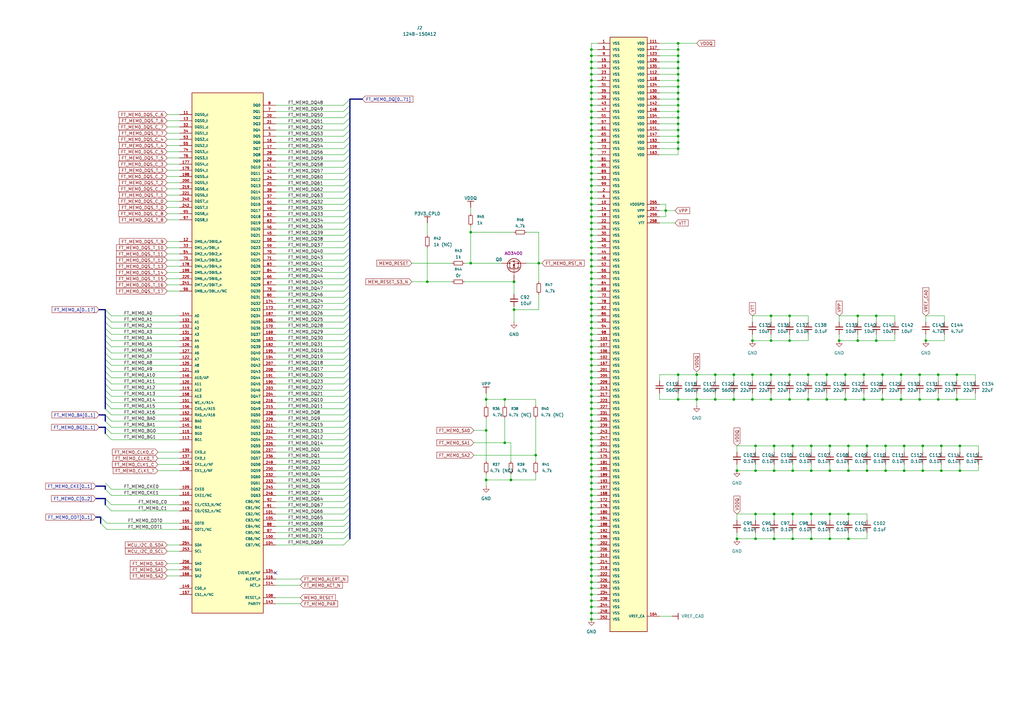
<source format=kicad_sch>
(kicad_sch (version 20250114) (generator "eeschema") (generator_version "9.0")
  (paper "A3")
  (title_block (title "Bugboard-1 D2000 mITX") (date "2025-05-23") (rev "1.0"))
  (junction (at 346.71 153.67))
  (junction (at 242.57 81.28))
  (junction (at 316.23 163.83))
  (junction (at 242.57 76.2))
  (junction (at 242.57 109.22))
  (junction (at 309.88 220.98))
  (junction (at 351.79 139.7))
  (junction (at 242.57 220.98))
  (junction (at 359.41 129.54))
  (junction (at 193.04 95.25))
  (junction (at 242.57 83.82))
  (junction (at 242.57 35.56))
  (junction (at 207.01 163.83))
  (junction (at 242.57 185.42))
  (junction (at 293.37 163.83))
  (junction (at 361.95 163.83))
  (junction (at 377.19 153.67))
  (junction (at 242.57 78.74))
  (junction (at 285.75 153.67))
  (junction (at 242.57 60.96))
  (junction (at 242.57 203.2))
  (junction (at 242.57 241.3))
  (junction (at 325.12 220.98))
  (junction (at 278.13 35.56))
  (junction (at 339.09 163.83))
  (junction (at 242.57 243.84))
  (junction (at 323.85 139.7))
  (junction (at 242.57 137.16))
  (junction (at 242.57 213.36))
  (junction (at 242.57 96.52))
  (junction (at 242.57 53.34))
  (junction (at 199.39 176.53))
  (junction (at 317.5 193.04))
  (junction (at 278.13 53.34))
  (junction (at 242.57 246.38))
  (junction (at 242.57 195.58))
  (junction (at 242.57 58.42))
  (junction (at 363.22 193.04))
  (junction (at 242.57 236.22))
  (junction (at 207.01 181.61))
  (junction (at 278.13 22.86))
  (junction (at 242.57 30.48))
  (junction (at 242.57 149.86))
  (junction (at 370.84 193.04))
  (junction (at 278.13 33.02))
  (junction (at 340.36 193.04))
  (junction (at 308.61 153.67))
  (junction (at 370.84 182.88))
  (junction (at 359.41 139.7))
  (junction (at 242.57 22.86))
  (junction (at 242.57 182.88))
  (junction (at 393.7 193.04))
  (junction (at 242.57 139.7))
  (junction (at 242.57 144.78))
  (junction (at 302.26 220.98))
  (junction (at 386.08 182.88))
  (junction (at 242.57 43.18))
  (junction (at 309.88 193.04))
  (junction (at 309.88 182.88))
  (junction (at 278.13 40.64))
  (junction (at 199.39 163.83))
  (junction (at 316.23 139.7))
  (junction (at 242.57 106.68))
  (junction (at 242.57 27.94))
  (junction (at 386.08 193.04))
  (junction (at 278.13 163.83))
  (junction (at 242.57 228.6))
  (junction (at 278.13 45.72))
  (junction (at 193.04 107.95))
  (junction (at 242.57 175.26))
  (junction (at 308.61 163.83))
  (junction (at 293.37 153.67))
  (junction (at 347.98 193.04))
  (junction (at 242.57 68.58))
  (junction (at 242.57 162.56))
  (junction (at 242.57 231.14))
  (junction (at 347.98 220.98))
  (junction (at 332.74 220.98))
  (junction (at 242.57 134.62))
  (junction (at 351.79 129.54))
  (junction (at 242.57 208.28))
  (junction (at 317.5 182.88))
  (junction (at 210.82 127))
  (junction (at 242.57 200.66))
  (junction (at 242.57 167.64))
  (junction (at 323.85 129.54))
  (junction (at 242.57 215.9))
  (junction (at 242.57 157.48))
  (junction (at 278.13 20.32))
  (junction (at 242.57 233.68))
  (junction (at 242.57 226.06))
  (junction (at 354.33 163.83))
  (junction (at 242.57 88.9))
  (junction (at 340.36 210.82))
  (junction (at 273.05 86.36))
  (junction (at 392.43 163.83))
  (junction (at 242.57 101.6))
  (junction (at 242.57 50.8))
  (junction (at 325.12 210.82))
  (junction (at 242.57 205.74))
  (junction (at 242.57 160.02))
  (junction (at 199.39 196.85))
  (junction (at 278.13 25.4))
  (junction (at 242.57 193.04))
  (junction (at 242.57 104.14))
  (junction (at 209.55 196.85))
  (junction (at 363.22 182.88))
  (junction (at 331.47 163.83))
  (junction (at 384.81 163.83))
  (junction (at 242.57 223.52))
  (junction (at 378.46 193.04))
  (junction (at 242.57 127))
  (junction (at 331.47 153.67))
  (junction (at 242.57 218.44))
  (junction (at 242.57 147.32))
  (junction (at 317.5 220.98))
  (junction (at 278.13 48.26))
  (junction (at 242.57 33.02))
  (junction (at 316.23 153.67))
  (junction (at 242.57 132.08))
  (junction (at 242.57 38.1))
  (junction (at 278.13 38.1))
  (junction (at 377.19 163.83))
  (junction (at 361.95 153.67))
  (junction (at 220.98 107.95))
  (junction (at 242.57 71.12))
  (junction (at 242.57 187.96))
  (junction (at 379.73 139.7))
  (junction (at 242.57 254))
  (junction (at 242.57 55.88))
  (junction (at 278.13 50.8))
  (junction (at 242.57 142.24))
  (junction (at 242.57 165.1))
  (junction (at 278.13 17.78))
  (junction (at 242.57 152.4))
  (junction (at 378.46 182.88))
  (junction (at 317.5 210.82))
  (junction (at 175.26 115.57))
  (junction (at 242.57 129.54))
  (junction (at 242.57 45.72))
  (junction (at 278.13 153.67))
  (junction (at 354.33 153.67))
  (junction (at 325.12 193.04))
  (junction (at 339.09 153.67))
  (junction (at 242.57 172.72))
  (junction (at 278.13 27.94))
  (junction (at 323.85 163.83))
  (junction (at 347.98 182.88))
  (junction (at 242.57 111.76))
  (junction (at 325.12 182.88))
  (junction (at 242.57 121.92))
  (junction (at 332.74 182.88))
  (junction (at 210.82 115.57))
  (junction (at 242.57 177.8))
  (junction (at 242.57 238.76))
  (junction (at 384.81 153.67))
  (junction (at 242.57 210.82))
  (junction (at 346.71 163.83))
  (junction (at 316.23 129.54))
  (junction (at 242.57 154.94))
  (junction (at 309.88 210.82))
  (junction (at 242.57 198.12))
  (junction (at 308.61 139.7))
  (junction (at 242.57 180.34))
  (junction (at 300.99 163.83))
  (junction (at 242.57 20.32))
  (junction (at 392.43 153.67))
  (junction (at 340.36 182.88))
  (junction (at 285.75 163.83))
  (junction (at 369.57 153.67))
  (junction (at 369.57 163.83))
  (junction (at 242.57 40.64))
  (junction (at 393.7 182.88))
  (junction (at 242.57 66.04))
  (junction (at 278.13 43.18))
  (junction (at 242.57 251.46))
  (junction (at 242.57 248.92))
  (junction (at 242.57 48.26))
  (junction (at 242.57 93.98))
  (junction (at 300.99 153.67))
  (junction (at 347.98 210.82))
  (junction (at 323.85 153.67))
  (junction (at 242.57 73.66))
  (junction (at 242.57 170.18))
  (junction (at 242.57 25.4))
  (junction (at 278.13 30.48))
  (junction (at 242.57 119.38))
  (junction (at 242.57 124.46))
  (junction (at 242.57 114.3))
  (junction (at 344.17 139.7))
  (junction (at 219.71 186.69))
  (junction (at 355.6 193.04))
  (junction (at 242.57 99.06))
  (junction (at 332.74 193.04))
  (junction (at 302.26 193.04))
  (junction (at 242.57 91.44))
  (junction (at 242.57 63.5))
  (junction (at 340.36 220.98))
  (junction (at 278.13 60.96))
  (junction (at 332.74 210.82))
  (junction (at 242.57 190.5))
  (junction (at 355.6 182.88))
  (junction (at 242.57 86.36))
  (junction (at 242.57 116.84))
  (junction (at 278.13 58.42))
  (junction (at 278.13 55.88))
  (no_connect (at 113.03 234.95))
  (bus_entry (at 143.51 81.28) (size -2.54 2.54))
  (bus_entry (at 143.51 106.68) (size -2.54 2.54))
  (bus_entry (at 143.51 116.84) (size -2.54 2.54))
  (bus_entry (at 43.815 217.17) (size -2.54 -2.54))
  (bus_entry (at 143.51 129.54) (size -2.54 2.54))
  (bus_entry (at 45.72 132.08) (size -2.54 -2.54))
  (bus_entry (at 143.51 78.74) (size -2.54 2.54))
  (bus_entry (at 143.51 152.4) (size -2.54 2.54))
  (bus_entry (at 143.51 99.06) (size -2.54 2.54))
  (bus_entry (at 143.51 124.46) (size -2.54 2.54))
  (bus_entry (at 143.51 43.18) (size -2.54 2.54))
  (bus_entry (at 45.72 180.34) (size -2.54 -2.54))
  (bus_entry (at 45.72 144.78) (size -2.54 -2.54))
  (bus_entry (at 143.51 96.52) (size -2.54 2.54))
  (bus_entry (at 45.72 137.16) (size -2.54 -2.54))
  (bus_entry (at 45.72 167.64) (size -2.54 -2.54))
  (bus_entry (at 143.51 165.1) (size -2.54 2.54))
  (bus_entry (at 143.51 88.9) (size -2.54 2.54))
  (bus_entry (at 143.51 187.96) (size -2.54 2.54))
  (bus_entry (at 45.72 152.4) (size -2.54 -2.54))
  (bus_entry (at 143.51 198.12) (size -2.54 2.54))
  (bus_entry (at 143.51 93.98) (size -2.54 2.54))
  (bus_entry (at 143.51 58.42) (size -2.54 2.54))
  (bus_entry (at 45.72 162.56) (size -2.54 -2.54))
  (bus_entry (at 143.51 200.66) (size -2.54 2.54))
  (bus_entry (at 143.51 167.64) (size -2.54 2.54))
  (bus_entry (at 143.51 48.26) (size -2.54 2.54))
  (bus_entry (at 143.51 139.7) (size -2.54 2.54))
  (bus_entry (at 143.51 127) (size -2.54 2.54))
  (bus_entry (at 143.51 86.36) (size -2.54 2.54))
  (bus_entry (at 45.72 160.02) (size -2.54 -2.54))
  (bus_entry (at 143.51 147.32) (size -2.54 2.54))
  (bus_entry (at 143.51 101.6) (size -2.54 2.54))
  (bus_entry (at 45.72 209.55) (size -2.54 -2.54))
  (bus_entry (at 143.51 73.66) (size -2.54 2.54))
  (bus_entry (at 143.51 134.62) (size -2.54 2.54))
  (bus_entry (at 143.51 162.56) (size -2.54 2.54))
  (bus_entry (at 143.51 121.92) (size -2.54 2.54))
  (bus_entry (at 45.72 203.2) (size -2.54 -2.54))
  (bus_entry (at 143.51 172.72) (size -2.54 2.54))
  (bus_entry (at 143.51 190.5) (size -2.54 2.54))
  (bus_entry (at 45.72 200.66) (size -2.54 -2.54))
  (bus_entry (at 45.72 177.8) (size -2.54 -2.54))
  (bus_entry (at 45.72 170.18) (size -2.54 -2.54))
  (bus_entry (at 143.51 203.2) (size -2.54 2.54))
  (bus_entry (at 143.51 76.2) (size -2.54 2.54))
  (bus_entry (at 143.51 83.82) (size -2.54 2.54))
  (bus_entry (at 143.51 60.96) (size -2.54 2.54))
  (bus_entry (at 143.51 109.22) (size -2.54 2.54))
  (bus_entry (at 143.51 182.88) (size -2.54 2.54))
  (bus_entry (at 143.51 142.24) (size -2.54 2.54))
  (bus_entry (at 143.51 195.58) (size -2.54 2.54))
  (bus_entry (at 143.51 114.3) (size -2.54 2.54))
  (bus_entry (at 143.51 177.8) (size -2.54 2.54))
  (bus_entry (at 143.51 160.02) (size -2.54 2.54))
  (bus_entry (at 45.72 175.26) (size -2.54 -2.54))
  (bus_entry (at 143.51 104.14) (size -2.54 2.54))
  (bus_entry (at 143.51 55.88) (size -2.54 2.54))
  (bus_entry (at 45.72 139.7) (size -2.54 -2.54))
  (bus_entry (at 143.51 45.72) (size -2.54 2.54))
  (bus_entry (at 143.51 220.98) (size -2.54 2.54))
  (bus_entry (at 143.51 157.48) (size -2.54 2.54))
  (bus_entry (at 43.815 214.63) (size -2.54 -2.54))
  (bus_entry (at 143.51 215.9) (size -2.54 2.54))
  (bus_entry (at 143.51 63.5) (size -2.54 2.54))
  (bus_entry (at 143.51 170.18) (size -2.54 2.54))
  (bus_entry (at 143.51 53.34) (size -2.54 2.54))
  (bus_entry (at 143.51 154.94) (size -2.54 2.54))
  (bus_entry (at 45.72 165.1) (size -2.54 -2.54))
  (bus_entry (at 143.51 180.34) (size -2.54 2.54))
  (bus_entry (at 143.51 68.58) (size -2.54 2.54))
  (bus_entry (at 45.72 207.01) (size -2.54 -2.54))
  (bus_entry (at 143.51 205.74) (size -2.54 2.54))
  (bus_entry (at 143.51 210.82) (size -2.54 2.54))
  (bus_entry (at 143.51 137.16) (size -2.54 2.54))
  (bus_entry (at 143.51 218.44) (size -2.54 2.54))
  (bus_entry (at 45.72 134.62) (size -2.54 -2.54))
  (bus_entry (at 143.51 71.12) (size -2.54 2.54))
  (bus_entry (at 143.51 40.64) (size -2.54 2.54))
  (bus_entry (at 143.51 175.26) (size -2.54 2.54))
  (bus_entry (at 143.51 193.04) (size -2.54 2.54))
  (bus_entry (at 143.51 91.44) (size -2.54 2.54))
  (bus_entry (at 143.51 119.38) (size -2.54 2.54))
  (bus_entry (at 45.72 147.32) (size -2.54 -2.54))
  (bus_entry (at 143.51 132.08) (size -2.54 2.54))
  (bus_entry (at 45.72 172.72) (size -2.54 -2.54))
  (bus_entry (at 143.51 66.04) (size -2.54 2.54))
  (bus_entry (at 143.51 185.42) (size -2.54 2.54))
  (bus_entry (at 143.51 208.28) (size -2.54 2.54))
  (bus_entry (at 45.72 157.48) (size -2.54 -2.54))
  (bus_entry (at 143.51 50.8) (size -2.54 2.54))
  (bus_entry (at 143.51 144.78) (size -2.54 2.54))
  (bus_entry (at 143.51 213.36) (size -2.54 2.54))
  (bus_entry (at 45.72 154.94) (size -2.54 -2.54))
  (bus_entry (at 45.72 142.24) (size -2.54 -2.54))
  (bus_entry (at 143.51 111.76) (size -2.54 2.54))
  (bus_entry (at 143.51 149.86) (size -2.54 2.54))
  (bus_entry (at 45.72 149.86) (size -2.54 -2.54))
  (bus_entry (at 45.72 129.54) (size -2.54 -2.54))
  (wire (pts (xy 316.23 153.67) (xy 316.23 156.21)))
  (wire (pts (xy 278.13 50.8) (xy 278.13 48.26)))
  (wire (pts (xy 242.57 241.3) (xy 245.11 241.3)))
  (wire (pts (xy 332.74 182.88) (xy 332.74 185.42)))
  (wire (pts (xy 242.57 50.8) (xy 242.57 53.34)))
  (wire (pts (xy 140.97 116.84) (xy 113.03 116.84)))
  (bus (pts (xy 143.51 198.12) (xy 143.51 200.66)) (stroke (width 0.508)))
  (bus (pts (xy 143.51 152.4) (xy 143.51 154.94)) (stroke (width 0.508)))
  (wire (pts (xy 242.57 205.74) (xy 242.57 208.28)))
  (bus (pts (xy 143.51 139.7) (xy 143.51 142.24)) (stroke (width 0.508)))
  (wire (pts (xy 355.6 220.98) (xy 347.98 220.98)))
  (wire (pts (xy 316.23 163.83) (xy 316.23 161.29)))
  (bus (pts (xy 143.51 177.8) (xy 143.51 180.34)) (stroke (width 0.508)))
  (wire (pts (xy 68.58 236.22) (xy 73.66 236.22)))
  (wire (pts (xy 140.97 124.46) (xy 113.03 124.46)))
  (wire (pts (xy 194.31 186.69) (xy 219.71 186.69)))
  (wire (pts (xy 68.58 67.31) (xy 73.66 67.31)))
  (wire (pts (xy 73.66 134.62) (xy 45.72 134.62)))
  (wire (pts (xy 199.39 171.45) (xy 199.39 176.53)))
  (wire (pts (xy 369.57 153.67) (xy 369.57 156.21)))
  (wire (pts (xy 242.57 81.28) (xy 245.11 81.28)))
  (wire (pts (xy 140.97 182.88) (xy 113.03 182.88)))
  (wire (pts (xy 210.82 132.08) (xy 210.82 127)))
  (wire (pts (xy 68.58 80.01) (xy 73.66 80.01)))
  (wire (pts (xy 351.79 139.7) (xy 359.41 139.7)))
  (wire (pts (xy 113.03 247.65) (xy 123.19 247.65)))
  (wire (pts (xy 302.26 220.98) (xy 302.26 218.44)))
  (wire (pts (xy 308.61 139.7) (xy 308.61 137.16)))
  (wire (pts (xy 242.57 106.68) (xy 245.11 106.68)))
  (bus (pts (xy 143.51 210.82) (xy 143.51 213.36)) (stroke (width 0.508)))
  (wire (pts (xy 354.33 153.67) (xy 361.95 153.67)))
  (bus (pts (xy 143.51 73.66) (xy 143.51 76.2)) (stroke (width 0.508)))
  (wire (pts (xy 140.97 198.12) (xy 113.03 198.12)))
  (wire (pts (xy 347.98 193.04) (xy 347.98 190.5)))
  (wire (pts (xy 140.97 160.02) (xy 113.03 160.02)))
  (wire (pts (xy 242.57 248.92) (xy 242.57 251.46)))
  (wire (pts (xy 140.97 134.62) (xy 113.03 134.62)))
  (bus (pts (xy 143.51 218.44) (xy 143.51 220.98)) (stroke (width 0.508)))
  (wire (pts (xy 278.13 17.78) (xy 270.51 17.78)))
  (wire (pts (xy 113.03 245.11) (xy 123.19 245.11)))
  (wire (pts (xy 140.97 96.52) (xy 113.03 96.52)))
  (wire (pts (xy 270.51 45.72) (xy 278.13 45.72)))
  (wire (pts (xy 68.58 77.47) (xy 73.66 77.47)))
  (wire (pts (xy 351.79 129.54) (xy 359.41 129.54)))
  (wire (pts (xy 73.66 144.78) (xy 45.72 144.78)))
  (bus (pts (xy 143.51 43.18) (xy 143.51 45.72)) (stroke (width 0.508)))
  (bus (pts (xy 143.51 167.64) (xy 143.51 170.18)) (stroke (width 0.508)))
  (wire (pts (xy 242.57 162.56) (xy 245.11 162.56)))
  (wire (pts (xy 270.51 50.8) (xy 278.13 50.8)))
  (wire (pts (xy 242.57 190.5) (xy 242.57 193.04)))
  (wire (pts (xy 323.85 129.54) (xy 331.47 129.54)))
  (wire (pts (xy 190.5 115.57) (xy 210.82 115.57)))
  (wire (pts (xy 270.51 58.42) (xy 278.13 58.42)))
  (wire (pts (xy 323.85 137.16) (xy 323.85 139.7)))
  (wire (pts (xy 242.57 20.32) (xy 242.57 22.86)))
  (wire (pts (xy 285.75 163.83) (xy 285.75 161.29)))
  (wire (pts (xy 199.39 166.37) (xy 199.39 163.83)))
  (bus (pts (xy 143.51 203.2) (xy 143.51 205.74)) (stroke (width 0.508)))
  (wire (pts (xy 242.57 185.42) (xy 245.11 185.42)))
  (wire (pts (xy 242.57 33.02) (xy 245.11 33.02)))
  (wire (pts (xy 45.72 200.66) (xy 73.66 200.66)))
  (wire (pts (xy 379.73 139.7) (xy 379.73 137.16)))
  (wire (pts (xy 242.57 246.38) (xy 245.11 246.38)))
  (wire (pts (xy 242.57 220.98) (xy 242.57 223.52)))
  (wire (pts (xy 242.57 205.74) (xy 245.11 205.74)))
  (wire (pts (xy 339.09 153.67) (xy 346.71 153.67)))
  (bus (pts (xy 143.51 162.56) (xy 143.51 165.1)) (stroke (width 0.508)))
  (wire (pts (xy 347.98 182.88) (xy 347.98 185.42)))
  (bus (pts (xy 143.51 114.3) (xy 143.51 116.84)) (stroke (width 0.508)))
  (wire (pts (xy 140.97 218.44) (xy 113.03 218.44)))
  (wire (pts (xy 242.57 175.26) (xy 245.11 175.26)))
  (wire (pts (xy 175.26 101.6) (xy 175.26 115.57)))
  (bus (pts (xy 143.51 149.86) (xy 143.51 152.4)) (stroke (width 0.508)))
  (wire (pts (xy 73.66 180.34) (xy 45.72 180.34)))
  (wire (pts (xy 369.57 163.83) (xy 377.19 163.83)))
  (wire (pts (xy 242.57 198.12) (xy 245.11 198.12)))
  (wire (pts (xy 331.47 153.67) (xy 331.47 156.21)))
  (wire (pts (xy 242.57 210.82) (xy 245.11 210.82)))
  (wire (pts (xy 242.57 152.4) (xy 245.11 152.4)))
  (wire (pts (xy 123.19 240.03) (xy 113.03 240.03)))
  (wire (pts (xy 355.6 182.88) (xy 355.6 185.42)))
  (wire (pts (xy 68.58 116.84) (xy 73.66 116.84)))
  (wire (pts (xy 316.23 129.54) (xy 316.23 132.08)))
  (bus (pts (xy 143.51 154.94) (xy 143.51 157.48)) (stroke (width 0.508)))
  (wire (pts (xy 242.57 73.66) (xy 245.11 73.66)))
  (wire (pts (xy 140.97 210.82) (xy 113.03 210.82)))
  (wire (pts (xy 359.41 129.54) (xy 359.41 132.08)))
  (bus (pts (xy 43.18 144.78) (xy 43.18 142.24)) (stroke (width 0.508)))
  (wire (pts (xy 140.97 167.64) (xy 113.03 167.64)))
  (wire (pts (xy 309.88 182.88) (xy 309.88 185.42)))
  (wire (pts (xy 68.58 85.09) (xy 73.66 85.09)))
  (wire (pts (xy 242.57 180.34) (xy 245.11 180.34)))
  (wire (pts (xy 323.85 129.54) (xy 323.85 132.08)))
  (wire (pts (xy 68.58 57.15) (xy 73.66 57.15)))
  (wire (pts (xy 340.36 220.98) (xy 340.36 218.44)))
  (wire (pts (xy 242.57 144.78) (xy 242.57 147.32)))
  (wire (pts (xy 242.57 157.48) (xy 242.57 160.02)))
  (bus (pts (xy 43.18 167.64) (xy 43.18 165.1)) (stroke (width 0.508)))
  (wire (pts (xy 242.57 213.36) (xy 245.11 213.36)))
  (wire (pts (xy 386.08 182.88) (xy 393.7 182.88)))
  (wire (pts (xy 270.51 35.56) (xy 278.13 35.56)))
  (wire (pts (xy 242.57 129.54) (xy 245.11 129.54)))
  (wire (pts (xy 242.57 101.6) (xy 245.11 101.6)))
  (wire (pts (xy 219.71 163.83) (xy 219.71 166.37)))
  (wire (pts (xy 242.57 177.8) (xy 242.57 180.34)))
  (wire (pts (xy 242.57 114.3) (xy 242.57 116.84)))
  (wire (pts (xy 285.75 152.4) (xy 285.75 153.67)))
  (bus (pts (xy 43.18 152.4) (xy 43.18 149.86)) (stroke (width 0.508)))
  (wire (pts (xy 215.9 95.25) (xy 220.98 95.25)))
  (wire (pts (xy 378.46 182.88) (xy 378.46 185.42)))
  (bus (pts (xy 43.18 177.8) (xy 43.18 175.26)) (stroke (width 0.508)))
  (bus (pts (xy 143.51 157.48) (xy 143.51 160.02)) (stroke (width 0.508)))
  (wire (pts (xy 242.57 167.64) (xy 245.11 167.64)))
  (wire (pts (xy 363.22 182.88) (xy 370.84 182.88)))
  (wire (pts (xy 140.97 165.1) (xy 113.03 165.1)))
  (wire (pts (xy 242.57 114.3) (xy 245.11 114.3)))
  (wire (pts (xy 346.71 163.83) (xy 346.71 161.29)))
  (wire (pts (xy 68.58 72.39) (xy 73.66 72.39)))
  (wire (pts (xy 242.57 195.58) (xy 245.11 195.58)))
  (wire (pts (xy 242.57 55.88) (xy 245.11 55.88)))
  (wire (pts (xy 175.26 115.57) (xy 185.42 115.57)))
  (wire (pts (xy 309.88 182.88) (xy 317.5 182.88)))
  (wire (pts (xy 278.13 30.48) (xy 278.13 27.94)))
  (wire (pts (xy 285.75 166.37) (xy 285.75 163.83)))
  (wire (pts (xy 300.99 153.67) (xy 308.61 153.67)))
  (wire (pts (xy 242.57 109.22) (xy 245.11 109.22)))
  (bus (pts (xy 143.51 121.92) (xy 143.51 124.46)) (stroke (width 0.508)))
  (wire (pts (xy 242.57 27.94) (xy 242.57 30.48)))
  (wire (pts (xy 73.66 175.26) (xy 45.72 175.26)))
  (wire (pts (xy 332.74 210.82) (xy 340.36 210.82)))
  (bus (pts (xy 143.51 119.38) (xy 143.51 121.92)) (stroke (width 0.508)))
  (wire (pts (xy 270.51 163.83) (xy 270.51 161.29)))
  (wire (pts (xy 242.57 137.16) (xy 245.11 137.16)))
  (wire (pts (xy 351.79 129.54) (xy 351.79 132.08)))
  (wire (pts (xy 242.57 187.96) (xy 245.11 187.96)))
  (wire (pts (xy 370.84 182.88) (xy 378.46 182.88)))
  (wire (pts (xy 344.17 129.54) (xy 351.79 129.54)))
  (wire (pts (xy 242.57 147.32) (xy 242.57 149.86)))
  (wire (pts (xy 242.57 198.12) (xy 242.57 200.66)))
  (wire (pts (xy 270.51 252.73) (xy 275.59 252.73)))
  (wire (pts (xy 242.57 236.22) (xy 242.57 238.76)))
  (wire (pts (xy 140.97 76.2) (xy 113.03 76.2)))
  (wire (pts (xy 339.09 153.67) (xy 339.09 156.21)))
  (wire (pts (xy 175.26 96.52) (xy 175.26 91.44)))
  (wire (pts (xy 270.51 22.86) (xy 278.13 22.86)))
  (wire (pts (xy 242.57 147.32) (xy 245.11 147.32)))
  (wire (pts (xy 199.39 163.83) (xy 199.39 161.29)))
  (wire (pts (xy 242.57 208.28) (xy 242.57 210.82)))
  (wire (pts (xy 273.05 86.36) (xy 276.86 86.36)))
  (wire (pts (xy 193.04 107.95) (xy 193.04 95.25)))
  (wire (pts (xy 242.57 43.18) (xy 242.57 45.72)))
  (wire (pts (xy 354.33 163.83) (xy 354.33 161.29)))
  (wire (pts (xy 242.57 195.58) (xy 242.57 198.12)))
  (bus (pts (xy 43.18 204.47) (xy 39.37 204.47)) (stroke (width 0.508)))
  (bus (pts (xy 143.51 50.8) (xy 143.51 53.34)) (stroke (width 0.508)))
  (wire (pts (xy 270.51 60.96) (xy 278.13 60.96)))
  (wire (pts (xy 242.57 48.26) (xy 245.11 48.26)))
  (bus (pts (xy 143.51 111.76) (xy 143.51 114.3)) (stroke (width 0.508)))
  (wire (pts (xy 270.51 83.82) (xy 273.05 83.82)))
  (wire (pts (xy 278.13 33.02) (xy 278.13 30.48)))
  (wire (pts (xy 316.23 137.16) (xy 316.23 139.7)))
  (wire (pts (xy 242.57 142.24) (xy 245.11 142.24)))
  (bus (pts (xy 143.51 208.28) (xy 143.51 210.82)) (stroke (width 0.508)))
  (wire (pts (xy 140.97 48.26) (xy 113.03 48.26)))
  (wire (pts (xy 73.66 152.4) (xy 45.72 152.4)))
  (wire (pts (xy 242.57 101.6) (xy 242.57 104.14)))
  (wire (pts (xy 68.58 114.3) (xy 73.66 114.3)))
  (wire (pts (xy 400.05 163.83) (xy 400.05 161.29)))
  (wire (pts (xy 140.97 154.94) (xy 113.03 154.94)))
  (wire (pts (xy 68.58 90.17) (xy 73.66 90.17)))
  (bus (pts (xy 143.51 53.34) (xy 143.51 55.88)) (stroke (width 0.508)))
  (wire (pts (xy 270.51 48.26) (xy 278.13 48.26)))
  (wire (pts (xy 73.66 142.24) (xy 45.72 142.24)))
  (wire (pts (xy 242.57 200.66) (xy 242.57 203.2)))
  (wire (pts (xy 361.95 153.67) (xy 369.57 153.67)))
  (bus (pts (xy 143.51 147.32) (xy 143.51 149.86)) (stroke (width 0.508)))
  (wire (pts (xy 293.37 163.83) (xy 300.99 163.83)))
  (wire (pts (xy 140.97 185.42) (xy 113.03 185.42)))
  (bus (pts (xy 143.51 55.88) (xy 143.51 58.42)) (stroke (width 0.508)))
  (wire (pts (xy 340.36 210.82) (xy 347.98 210.82)))
  (wire (pts (xy 308.61 153.67) (xy 316.23 153.67)))
  (wire (pts (xy 68.58 111.76) (xy 73.66 111.76)))
  (wire (pts (xy 73.66 154.94) (xy 45.72 154.94)))
  (bus (pts (xy 143.51 172.72) (xy 143.51 175.26)) (stroke (width 0.508)))
  (wire (pts (xy 308.61 153.67) (xy 308.61 156.21)))
  (wire (pts (xy 242.57 60.96) (xy 245.11 60.96)))
  (bus (pts (xy 43.18 199.39) (xy 39.37 199.39)) (stroke (width 0.508)))
  (bus (pts (xy 143.51 195.58) (xy 143.51 198.12)) (stroke (width 0.508)))
  (wire (pts (xy 242.57 132.08) (xy 242.57 134.62)))
  (wire (pts (xy 140.97 200.66) (xy 113.03 200.66)))
  (wire (pts (xy 68.58 226.06) (xy 73.66 226.06)))
  (wire (pts (xy 209.55 189.23) (xy 209.55 181.61)))
  (wire (pts (xy 193.04 95.25) (xy 193.04 92.71)))
  (bus (pts (xy 143.51 91.44) (xy 143.51 93.98)) (stroke (width 0.508)))
  (wire (pts (xy 242.57 187.96) (xy 242.57 190.5)))
  (wire (pts (xy 242.57 78.74) (xy 245.11 78.74)))
  (wire (pts (xy 140.97 213.36) (xy 113.03 213.36)))
  (wire (pts (xy 242.57 109.22) (xy 242.57 111.76)))
  (wire (pts (xy 140.97 137.16) (xy 113.03 137.16)))
  (wire (pts (xy 401.32 193.04) (xy 393.7 193.04)))
  (wire (pts (xy 340.36 182.88) (xy 347.98 182.88)))
  (wire (pts (xy 140.97 50.8) (xy 113.03 50.8)))
  (wire (pts (xy 68.58 62.23) (xy 73.66 62.23)))
  (wire (pts (xy 242.57 38.1) (xy 242.57 40.64)))
  (wire (pts (xy 347.98 182.88) (xy 355.6 182.88)))
  (wire (pts (xy 401.32 182.88) (xy 401.32 185.42)))
  (wire (pts (xy 270.51 43.18) (xy 278.13 43.18)))
  (wire (pts (xy 270.51 40.64) (xy 278.13 40.64)))
  (wire (pts (xy 242.57 58.42) (xy 245.11 58.42)))
  (wire (pts (xy 140.97 208.28) (xy 113.03 208.28)))
  (wire (pts (xy 199.39 196.85) (xy 209.55 196.85)))
  (wire (pts (xy 242.57 167.64) (xy 242.57 170.18)))
  (wire (pts (xy 354.33 163.83) (xy 361.95 163.83)))
  (wire (pts (xy 242.57 27.94) (xy 245.11 27.94)))
  (wire (pts (xy 140.97 78.74) (xy 113.03 78.74)))
  (wire (pts (xy 242.57 223.52) (xy 242.57 226.06)))
  (wire (pts (xy 393.7 182.88) (xy 393.7 185.42)))
  (bus (pts (xy 143.51 48.26) (xy 143.51 50.8)) (stroke (width 0.508)))
  (wire (pts (xy 242.57 78.74) (xy 242.57 81.28)))
  (wire (pts (xy 278.13 17.78) (xy 285.75 17.78)))
  (wire (pts (xy 317.5 193.04) (xy 317.5 190.5)))
  (bus (pts (xy 43.18 132.08) (xy 43.18 129.54)) (stroke (width 0.508)))
  (wire (pts (xy 317.5 182.88) (xy 317.5 185.42)))
  (wire (pts (xy 73.66 172.72) (xy 45.72 172.72)))
  (wire (pts (xy 278.13 20.32) (xy 278.13 17.78)))
  (wire (pts (xy 242.57 238.76) (xy 242.57 241.3)))
  (wire (pts (xy 369.57 153.67) (xy 377.19 153.67)))
  (wire (pts (xy 140.97 144.78) (xy 113.03 144.78)))
  (bus (pts (xy 143.51 170.18) (xy 143.51 172.72)) (stroke (width 0.508)))
  (bus (pts (xy 143.51 193.04) (xy 143.51 195.58)) (stroke (width 0.508)))
  (wire (pts (xy 392.43 153.67) (xy 392.43 156.21)))
  (wire (pts (xy 278.13 25.4) (xy 278.13 22.86)))
  (wire (pts (xy 242.57 40.64) (xy 245.11 40.64)))
  (wire (pts (xy 377.19 153.67) (xy 384.81 153.67)))
  (wire (pts (xy 168.91 115.57) (xy 175.26 115.57)))
  (wire (pts (xy 242.57 63.5) (xy 242.57 66.04)))
  (wire (pts (xy 68.58 74.93) (xy 73.66 74.93)))
  (wire (pts (xy 242.57 96.52) (xy 242.57 99.06)))
  (wire (pts (xy 278.13 35.56) (xy 278.13 33.02)))
  (bus (pts (xy 43.18 127) (xy 40.64 127)) (stroke (width 0.508)))
  (wire (pts (xy 367.03 139.7) (xy 367.03 137.16)))
  (wire (pts (xy 242.57 58.42) (xy 242.57 60.96)))
  (wire (pts (xy 140.97 177.8) (xy 113.03 177.8)))
  (wire (pts (xy 220.98 120.65) (xy 220.98 127)))
  (wire (pts (xy 219.71 196.85) (xy 219.71 194.31)))
  (bus (pts (xy 40.64 170.18) (xy 43.18 170.18)) (stroke (width 0.508)))
  (wire (pts (xy 361.95 163.83) (xy 361.95 161.29)))
  (wire (pts (xy 354.33 153.67) (xy 354.33 156.21)))
  (wire (pts (xy 242.57 88.9) (xy 242.57 91.44)))
  (wire (pts (xy 242.57 38.1) (xy 245.11 38.1)))
  (wire (pts (xy 140.97 45.72) (xy 113.03 45.72)))
  (wire (pts (xy 302.26 213.36) (xy 302.26 210.82)))
  (wire (pts (xy 242.57 106.68) (xy 242.57 109.22)))
  (wire (pts (xy 323.85 153.67) (xy 323.85 156.21)))
  (wire (pts (xy 242.57 246.38) (xy 242.57 248.92)))
  (wire (pts (xy 73.66 139.7) (xy 45.72 139.7)))
  (wire (pts (xy 68.58 109.22) (xy 73.66 109.22)))
  (bus (pts (xy 43.18 200.66) (xy 43.18 199.39)) (stroke (width 0.508)))
  (wire (pts (xy 346.71 153.67) (xy 354.33 153.67)))
  (wire (pts (xy 242.57 185.42) (xy 242.57 187.96)))
  (wire (pts (xy 242.57 203.2) (xy 242.57 205.74)))
  (wire (pts (xy 242.57 231.14) (xy 242.57 233.68)))
  (wire (pts (xy 242.57 86.36) (xy 242.57 88.9)))
  (wire (pts (xy 242.57 55.88) (xy 242.57 58.42)))
  (wire (pts (xy 325.12 193.04) (xy 325.12 190.5)))
  (wire (pts (xy 344.17 139.7) (xy 351.79 139.7)))
  (wire (pts (xy 140.97 99.06) (xy 113.03 99.06)))
  (wire (pts (xy 242.57 241.3) (xy 242.57 243.84)))
  (wire (pts (xy 331.47 139.7) (xy 331.47 137.16)))
  (wire (pts (xy 359.41 139.7) (xy 367.03 139.7)))
  (wire (pts (xy 242.57 20.32) (xy 245.11 20.32)))
  (wire (pts (xy 351.79 137.16) (xy 351.79 139.7)))
  (bus (pts (xy 143.51 215.9) (xy 143.51 218.44)) (stroke (width 0.508)))
  (wire (pts (xy 140.97 71.12) (xy 113.03 71.12)))
  (wire (pts (xy 45.72 209.55) (xy 73.66 209.55)))
  (wire (pts (xy 219.71 189.23) (xy 219.71 186.69)))
  (wire (pts (xy 302.26 182.88) (xy 309.88 182.88)))
  (wire (pts (xy 242.57 50.8) (xy 245.11 50.8)))
  (bus (pts (xy 39.37 212.09) (xy 41.275 212.09)) (stroke (width 0.508)))
  (wire (pts (xy 140.97 187.96) (xy 113.03 187.96)))
  (wire (pts (xy 377.19 163.83) (xy 384.81 163.83)))
  (wire (pts (xy 278.13 48.26) (xy 278.13 45.72)))
  (wire (pts (xy 379.73 139.7) (xy 387.35 139.7)))
  (bus (pts (xy 43.18 147.32) (xy 43.18 144.78)) (stroke (width 0.508)))
  (wire (pts (xy 278.13 55.88) (xy 278.13 53.34)))
  (wire (pts (xy 242.57 83.82) (xy 242.57 86.36)))
  (wire (pts (xy 194.31 181.61) (xy 207.01 181.61)))
  (bus (pts (xy 143.51 129.54) (xy 143.51 132.08)) (stroke (width 0.508)))
  (wire (pts (xy 73.66 165.1) (xy 45.72 165.1)))
  (wire (pts (xy 377.19 163.83) (xy 377.19 161.29)))
  (wire (pts (xy 210.82 125.73) (xy 210.82 127)))
  (wire (pts (xy 344.17 132.08) (xy 344.17 129.54)))
  (wire (pts (xy 242.57 111.76) (xy 242.57 114.3)))
  (wire (pts (xy 140.97 203.2) (xy 113.03 203.2)))
  (wire (pts (xy 278.13 43.18) (xy 278.13 40.64)))
  (wire (pts (xy 242.57 223.52) (xy 245.11 223.52)))
  (bus (pts (xy 143.51 190.5) (xy 143.51 193.04)) (stroke (width 0.508)))
  (wire (pts (xy 242.57 228.6) (xy 245.11 228.6)))
  (wire (pts (xy 386.08 182.88) (xy 386.08 185.42)))
  (wire (pts (xy 273.05 83.82) (xy 273.05 86.36)))
  (wire (pts (xy 242.57 134.62) (xy 245.11 134.62)))
  (wire (pts (xy 242.57 83.82) (xy 245.11 83.82)))
  (wire (pts (xy 242.57 182.88) (xy 245.11 182.88)))
  (wire (pts (xy 270.51 20.32) (xy 278.13 20.32)))
  (wire (pts (xy 242.57 231.14) (xy 245.11 231.14)))
  (wire (pts (xy 355.6 210.82) (xy 355.6 213.36)))
  (wire (pts (xy 340.36 210.82) (xy 340.36 213.36)))
  (wire (pts (xy 242.57 177.8) (xy 245.11 177.8)))
  (wire (pts (xy 68.58 223.52) (xy 73.66 223.52)))
  (wire (pts (xy 242.57 129.54) (xy 242.57 132.08)))
  (wire (pts (xy 278.13 27.94) (xy 278.13 25.4)))
  (wire (pts (xy 300.99 163.83) (xy 300.99 161.29)))
  (wire (pts (xy 242.57 45.72) (xy 245.11 45.72)))
  (wire (pts (xy 278.13 38.1) (xy 278.13 35.56)))
  (wire (pts (xy 347.98 193.04) (xy 340.36 193.04)))
  (wire (pts (xy 242.57 99.06) (xy 242.57 101.6)))
  (wire (pts (xy 43.815 217.17) (xy 73.66 217.17)))
  (wire (pts (xy 317.5 193.04) (xy 309.88 193.04)))
  (wire (pts (xy 323.85 153.67) (xy 331.47 153.67)))
  (wire (pts (xy 242.57 66.04) (xy 245.11 66.04)))
  (bus (pts (xy 148.59 40.64) (xy 143.51 40.64)) (stroke (width 0.508)))
  (wire (pts (xy 140.97 220.98) (xy 113.03 220.98)))
  (wire (pts (xy 242.57 243.84) (xy 245.11 243.84)))
  (wire (pts (xy 194.31 176.53) (xy 199.39 176.53)))
  (wire (pts (xy 242.57 190.5) (xy 245.11 190.5)))
  (wire (pts (xy 242.57 203.2) (xy 245.11 203.2)))
  (wire (pts (xy 302.26 210.82) (xy 309.88 210.82)))
  (wire (pts (xy 242.57 210.82) (xy 242.57 213.36)))
  (wire (pts (xy 242.57 200.66) (xy 245.11 200.66)))
  (wire (pts (xy 316.23 163.83) (xy 323.85 163.83)))
  (wire (pts (xy 355.6 218.44) (xy 355.6 220.98)))
  (wire (pts (xy 325.12 220.98) (xy 317.5 220.98)))
  (wire (pts (xy 140.97 68.58) (xy 113.03 68.58)))
  (bus (pts (xy 143.51 86.36) (xy 143.51 88.9)) (stroke (width 0.508)))
  (wire (pts (xy 400.05 153.67) (xy 400.05 156.21)))
  (wire (pts (xy 302.26 193.04) (xy 302.26 190.5)))
  (wire (pts (xy 140.97 58.42) (xy 113.03 58.42)))
  (wire (pts (xy 270.51 163.83) (xy 278.13 163.83)))
  (bus (pts (xy 143.51 116.84) (xy 143.51 119.38)) (stroke (width 0.508)))
  (wire (pts (xy 355.6 190.5) (xy 355.6 193.04)))
  (bus (pts (xy 143.51 127) (xy 143.51 129.54)) (stroke (width 0.508)))
  (bus (pts (xy 143.51 205.74) (xy 143.51 208.28)) (stroke (width 0.508)))
  (wire (pts (xy 68.58 233.68) (xy 73.66 233.68)))
  (wire (pts (xy 270.51 33.02) (xy 278.13 33.02)))
  (wire (pts (xy 140.97 106.68) (xy 113.03 106.68)))
  (wire (pts (xy 220.98 107.95) (xy 215.9 107.95)))
  (wire (pts (xy 325.12 193.04) (xy 317.5 193.04)))
  (wire (pts (xy 278.13 22.86) (xy 278.13 20.32)))
  (wire (pts (xy 242.57 162.56) (xy 242.57 165.1)))
  (wire (pts (xy 361.95 153.67) (xy 361.95 156.21)))
  (wire (pts (xy 242.57 93.98) (xy 245.11 93.98)))
  (wire (pts (xy 401.32 193.04) (xy 401.32 190.5)))
  (wire (pts (xy 340.36 193.04) (xy 332.74 193.04)))
  (wire (pts (xy 242.57 132.08) (xy 245.11 132.08)))
  (wire (pts (xy 68.58 52.07) (xy 73.66 52.07)))
  (wire (pts (xy 140.97 91.44) (xy 113.03 91.44)))
  (wire (pts (xy 323.85 163.83) (xy 331.47 163.83)))
  (wire (pts (xy 140.97 172.72) (xy 113.03 172.72)))
  (wire (pts (xy 242.57 121.92) (xy 245.11 121.92)))
  (bus (pts (xy 43.18 162.56) (xy 43.18 160.02)) (stroke (width 0.508)))
  (wire (pts (xy 68.58 106.68) (xy 73.66 106.68)))
  (wire (pts (xy 140.97 86.36) (xy 113.03 86.36)))
  (wire (pts (xy 309.88 210.82) (xy 309.88 213.36)))
  (bus (pts (xy 143.51 124.46) (xy 143.51 127)) (stroke (width 0.508)))
  (wire (pts (xy 207.01 163.83) (xy 207.01 166.37)))
  (bus (pts (xy 143.51 78.74) (xy 143.51 81.28)) (stroke (width 0.508)))
  (wire (pts (xy 325.12 182.88) (xy 325.12 185.42)))
  (wire (pts (xy 193.04 87.63) (xy 193.04 85.09)))
  (wire (pts (xy 193.04 107.95) (xy 205.74 107.95)))
  (bus (pts (xy 143.51 71.12) (xy 143.51 73.66)) (stroke (width 0.508)))
  (wire (pts (xy 392.43 163.83) (xy 400.05 163.83)))
  (wire (pts (xy 278.13 53.34) (xy 278.13 50.8)))
  (wire (pts (xy 363.22 193.04) (xy 363.22 190.5)))
  (wire (pts (xy 220.98 107.95) (xy 222.25 107.95)))
  (bus (pts (xy 43.18 157.48) (xy 43.18 154.94)) (stroke (width 0.508)))
  (wire (pts (xy 270.51 25.4) (xy 278.13 25.4)))
  (wire (pts (xy 242.57 236.22) (xy 245.11 236.22)))
  (wire (pts (xy 278.13 153.67) (xy 278.13 156.21)))
  (wire (pts (xy 199.39 196.85) (xy 199.39 194.31)))
  (wire (pts (xy 242.57 53.34) (xy 242.57 55.88)))
  (wire (pts (xy 392.43 163.83) (xy 392.43 161.29)))
  (wire (pts (xy 278.13 45.72) (xy 278.13 43.18)))
  (wire (pts (xy 140.97 114.3) (xy 113.03 114.3)))
  (wire (pts (xy 242.57 127) (xy 245.11 127)))
  (wire (pts (xy 242.57 165.1) (xy 242.57 167.64)))
  (wire (pts (xy 347.98 210.82) (xy 347.98 213.36)))
  (wire (pts (xy 140.97 83.82) (xy 113.03 83.82)))
  (bus (pts (xy 143.51 81.28) (xy 143.51 83.82)) (stroke (width 0.508)))
  (wire (pts (xy 331.47 153.67) (xy 339.09 153.67)))
  (wire (pts (xy 242.57 121.92) (xy 242.57 124.46)))
  (wire (pts (xy 270.51 153.67) (xy 270.51 156.21)))
  (wire (pts (xy 73.66 177.8) (xy 45.72 177.8)))
  (wire (pts (xy 393.7 193.04) (xy 393.7 190.5)))
  (wire (pts (xy 242.57 157.48) (xy 245.11 157.48)))
  (wire (pts (xy 43.815 214.63) (xy 73.66 214.63)))
  (wire (pts (xy 140.97 149.86) (xy 113.03 149.86)))
  (wire (pts (xy 278.13 153.67) (xy 285.75 153.67)))
  (bus (pts (xy 143.51 142.24) (xy 143.51 144.78)) (stroke (width 0.508)))
  (wire (pts (xy 140.97 205.74) (xy 113.03 205.74)))
  (bus (pts (xy 143.51 60.96) (xy 143.51 63.5)) (stroke (width 0.508)))
  (wire (pts (xy 302.26 193.04) (xy 309.88 193.04)))
  (wire (pts (xy 300.99 153.67) (xy 300.99 156.21)))
  (wire (pts (xy 367.03 129.54) (xy 367.03 132.08)))
  (wire (pts (xy 242.57 226.06) (xy 245.11 226.06)))
  (wire (pts (xy 45.72 203.2) (xy 73.66 203.2)))
  (wire (pts (xy 73.66 137.16) (xy 45.72 137.16)))
  (wire (pts (xy 384.81 163.83) (xy 384.81 161.29)))
  (wire (pts (xy 270.51 53.34) (xy 278.13 53.34)))
  (wire (pts (xy 242.57 154.94) (xy 242.57 157.48)))
  (wire (pts (xy 317.5 220.98) (xy 317.5 218.44)))
  (wire (pts (xy 242.57 45.72) (xy 242.57 48.26)))
  (wire (pts (xy 308.61 163.83) (xy 316.23 163.83)))
  (wire (pts (xy 361.95 163.83) (xy 369.57 163.83)))
  (wire (pts (xy 64.77 193.04) (xy 73.66 193.04)))
  (wire (pts (xy 370.84 193.04) (xy 363.22 193.04)))
  (wire (pts (xy 325.12 210.82) (xy 332.74 210.82)))
  (bus (pts (xy 143.51 213.36) (xy 143.51 215.9)) (stroke (width 0.508)))
  (wire (pts (xy 242.57 40.64) (xy 242.57 43.18)))
  (wire (pts (xy 242.57 228.6) (xy 242.57 231.14)))
  (wire (pts (xy 64.77 190.5) (xy 73.66 190.5)))
  (wire (pts (xy 242.57 149.86) (xy 245.11 149.86)))
  (bus (pts (xy 43.18 172.72) (xy 43.18 170.18)) (stroke (width 0.508)))
  (wire (pts (xy 140.97 104.14) (xy 113.03 104.14)))
  (wire (pts (xy 242.57 93.98) (xy 242.57 96.52)))
  (wire (pts (xy 340.36 193.04) (xy 340.36 190.5)))
  (bus (pts (xy 143.51 40.64) (xy 143.51 43.18)) (stroke (width 0.508)))
  (wire (pts (xy 309.88 210.82) (xy 317.5 210.82)))
  (wire (pts (xy 242.57 193.04) (xy 242.57 195.58)))
  (wire (pts (xy 242.57 76.2) (xy 245.11 76.2)))
  (bus (pts (xy 143.51 132.08) (xy 143.51 134.62)) (stroke (width 0.508)))
  (bus (pts (xy 143.51 187.96) (xy 143.51 190.5)) (stroke (width 0.508)))
  (wire (pts (xy 270.51 91.44) (xy 276.86 91.44)))
  (wire (pts (xy 325.12 220.98) (xy 325.12 218.44)))
  (wire (pts (xy 140.97 55.88) (xy 113.03 55.88)))
  (wire (pts (xy 347.98 220.98) (xy 340.36 220.98)))
  (wire (pts (xy 168.91 107.95) (xy 185.42 107.95)))
  (wire (pts (xy 140.97 180.34) (xy 113.03 180.34)))
  (wire (pts (xy 347.98 210.82) (xy 355.6 210.82)))
  (wire (pts (xy 242.57 116.84) (xy 245.11 116.84)))
  (wire (pts (xy 242.57 68.58) (xy 245.11 68.58)))
  (wire (pts (xy 302.26 185.42) (xy 302.26 182.88)))
  (bus (pts (xy 143.51 101.6) (xy 143.51 104.14)) (stroke (width 0.508)))
  (wire (pts (xy 68.58 119.38) (xy 73.66 119.38)))
  (wire (pts (xy 68.58 87.63) (xy 73.66 87.63)))
  (bus (pts (xy 143.51 182.88) (xy 143.51 185.42)) (stroke (width 0.508)))
  (wire (pts (xy 73.66 149.86) (xy 45.72 149.86)))
  (wire (pts (xy 323.85 163.83) (xy 323.85 161.29)))
  (wire (pts (xy 242.57 170.18) (xy 245.11 170.18)))
  (wire (pts (xy 242.57 254) (xy 245.11 254)))
  (wire (pts (xy 370.84 193.04) (xy 370.84 190.5)))
  (bus (pts (xy 143.51 144.78) (xy 143.51 147.32)) (stroke (width 0.508)))
  (bus (pts (xy 143.51 137.16) (xy 143.51 139.7)) (stroke (width 0.508)))
  (wire (pts (xy 278.13 163.83) (xy 278.13 161.29)))
  (wire (pts (xy 325.12 182.88) (xy 332.74 182.88)))
  (wire (pts (xy 242.57 104.14) (xy 242.57 106.68)))
  (wire (pts (xy 242.57 180.34) (xy 242.57 182.88)))
  (wire (pts (xy 242.57 172.72) (xy 242.57 175.26)))
  (wire (pts (xy 73.66 170.18) (xy 45.72 170.18)))
  (wire (pts (xy 325.12 210.82) (xy 325.12 213.36)))
  (wire (pts (xy 242.57 215.9) (xy 242.57 218.44)))
  (wire (pts (xy 242.57 48.26) (xy 242.57 50.8)))
  (wire (pts (xy 242.57 81.28) (xy 242.57 83.82)))
  (wire (pts (xy 242.57 104.14) (xy 245.11 104.14)))
  (wire (pts (xy 140.97 170.18) (xy 113.03 170.18)))
  (wire (pts (xy 384.81 153.67) (xy 392.43 153.67)))
  (wire (pts (xy 242.57 144.78) (xy 245.11 144.78)))
  (wire (pts (xy 242.57 127) (xy 242.57 129.54)))
  (wire (pts (xy 140.97 73.66) (xy 113.03 73.66)))
  (wire (pts (xy 270.51 153.67) (xy 278.13 153.67)))
  (wire (pts (xy 308.61 132.08) (xy 308.61 129.54)))
  (wire (pts (xy 140.97 152.4) (xy 113.03 152.4)))
  (wire (pts (xy 242.57 35.56) (xy 245.11 35.56)))
  (wire (pts (xy 207.01 163.83) (xy 219.71 163.83)))
  (wire (pts (xy 242.57 53.34) (xy 245.11 53.34)))
  (wire (pts (xy 242.57 99.06) (xy 245.11 99.06)))
  (bus (pts (xy 143.51 109.22) (xy 143.51 111.76)) (stroke (width 0.508)))
  (wire (pts (xy 140.97 121.92) (xy 113.03 121.92)))
  (bus (pts (xy 143.51 68.58) (xy 143.51 71.12)) (stroke (width 0.508)))
  (wire (pts (xy 242.57 137.16) (xy 242.57 139.7)))
  (wire (pts (xy 140.97 109.22) (xy 113.03 109.22)))
  (wire (pts (xy 331.47 163.83) (xy 331.47 161.29)))
  (wire (pts (xy 140.97 139.7) (xy 113.03 139.7)))
  (wire (pts (xy 73.66 162.56) (xy 45.72 162.56)))
  (wire (pts (xy 293.37 153.67) (xy 300.99 153.67)))
  (wire (pts (xy 242.57 25.4) (xy 242.57 27.94)))
  (wire (pts (xy 317.5 220.98) (xy 309.88 220.98)))
  (bus (pts (xy 43.18 154.94) (xy 43.18 152.4)) (stroke (width 0.508)))
  (wire (pts (xy 68.58 54.61) (xy 73.66 54.61)))
  (wire (pts (xy 308.61 129.54) (xy 316.23 129.54)))
  (wire (pts (xy 242.57 193.04) (xy 245.11 193.04)))
  (wire (pts (xy 242.57 17.78) (xy 245.11 17.78)))
  (wire (pts (xy 316.23 129.54) (xy 323.85 129.54)))
  (wire (pts (xy 347.98 220.98) (xy 347.98 218.44)))
  (wire (pts (xy 220.98 95.25) (xy 220.98 107.95)))
  (bus (pts (xy 43.18 139.7) (xy 43.18 137.16)) (stroke (width 0.508)))
  (wire (pts (xy 209.55 196.85) (xy 219.71 196.85)))
  (wire (pts (xy 340.36 182.88) (xy 340.36 185.42)))
  (wire (pts (xy 332.74 220.98) (xy 332.74 218.44)))
  (wire (pts (xy 323.85 139.7) (xy 331.47 139.7)))
  (wire (pts (xy 242.57 66.04) (xy 242.57 68.58)))
  (bus (pts (xy 43.18 160.02) (xy 43.18 157.48)) (stroke (width 0.508)))
  (bus (pts (xy 41.275 214.63) (xy 41.275 212.09)) (stroke (width 0.508)))
  (wire (pts (xy 199.39 163.83) (xy 207.01 163.83)))
  (wire (pts (xy 140.97 88.9) (xy 113.03 88.9)))
  (wire (pts (xy 242.57 63.5) (xy 245.11 63.5)))
  (bus (pts (xy 143.51 58.42) (xy 143.51 60.96)) (stroke (width 0.508)))
  (wire (pts (xy 317.5 210.82) (xy 317.5 213.36)))
  (wire (pts (xy 140.97 193.04) (xy 113.03 193.04)))
  (wire (pts (xy 344.17 139.7) (xy 344.17 137.16)))
  (bus (pts (xy 143.51 96.52) (xy 143.51 99.06)) (stroke (width 0.508)))
  (wire (pts (xy 285.75 153.67) (xy 285.75 156.21)))
  (wire (pts (xy 140.97 157.48) (xy 113.03 157.48)))
  (wire (pts (xy 242.57 22.86) (xy 242.57 25.4)))
  (wire (pts (xy 317.5 182.88) (xy 325.12 182.88)))
  (wire (pts (xy 207.01 181.61) (xy 209.55 181.61)))
  (wire (pts (xy 242.57 111.76) (xy 245.11 111.76)))
  (wire (pts (xy 242.57 218.44) (xy 242.57 220.98)))
  (wire (pts (xy 242.57 160.02) (xy 242.57 162.56)))
  (bus (pts (xy 143.51 134.62) (xy 143.51 137.16)) (stroke (width 0.508)))
  (wire (pts (xy 242.57 251.46) (xy 242.57 254)))
  (wire (pts (xy 140.97 81.28) (xy 113.03 81.28)))
  (bus (pts (xy 143.51 185.42) (xy 143.51 187.96)) (stroke (width 0.508)))
  (wire (pts (xy 242.57 238.76) (xy 245.11 238.76)))
  (wire (pts (xy 302.26 220.98) (xy 309.88 220.98)))
  (wire (pts (xy 309.88 220.98) (xy 309.88 218.44)))
  (wire (pts (xy 242.57 91.44) (xy 242.57 93.98)))
  (wire (pts (xy 285.75 163.83) (xy 293.37 163.83)))
  (wire (pts (xy 140.97 175.26) (xy 113.03 175.26)))
  (wire (pts (xy 242.57 33.02) (xy 242.57 35.56)))
  (bus (pts (xy 143.51 104.14) (xy 143.51 106.68)) (stroke (width 0.508)))
  (wire (pts (xy 387.35 137.16) (xy 387.35 139.7)))
  (bus (pts (xy 143.51 66.04) (xy 143.51 68.58)) (stroke (width 0.508)))
  (wire (pts (xy 242.57 248.92) (xy 245.11 248.92)))
  (wire (pts (xy 140.97 190.5) (xy 113.03 190.5)))
  (bus (pts (xy 43.18 137.16) (xy 43.18 134.62)) (stroke (width 0.508)))
  (wire (pts (xy 270.51 55.88) (xy 278.13 55.88)))
  (wire (pts (xy 68.58 104.14) (xy 73.66 104.14)))
  (wire (pts (xy 242.57 134.62) (xy 242.57 137.16)))
  (wire (pts (xy 140.97 53.34) (xy 113.03 53.34)))
  (wire (pts (xy 140.97 215.9) (xy 113.03 215.9)))
  (bus (pts (xy 143.51 160.02) (xy 143.51 162.56)) (stroke (width 0.508)))
  (wire (pts (xy 293.37 153.67) (xy 293.37 156.21)))
  (bus (pts (xy 143.51 93.98) (xy 143.51 96.52)) (stroke (width 0.508)))
  (wire (pts (xy 242.57 119.38) (xy 245.11 119.38)))
  (wire (pts (xy 317.5 210.82) (xy 325.12 210.82)))
  (wire (pts (xy 242.57 60.96) (xy 242.57 63.5)))
  (wire (pts (xy 45.72 207.01) (xy 73.66 207.01)))
  (wire (pts (xy 308.61 163.83) (xy 308.61 161.29)))
  (wire (pts (xy 278.13 60.96) (xy 278.13 58.42)))
  (wire (pts (xy 199.39 189.23) (xy 199.39 176.53)))
  (wire (pts (xy 242.57 215.9) (xy 245.11 215.9)))
  (wire (pts (xy 242.57 139.7) (xy 242.57 142.24)))
  (wire (pts (xy 68.58 59.69) (xy 73.66 59.69)))
  (wire (pts (xy 242.57 175.26) (xy 242.57 177.8)))
  (wire (pts (xy 219.71 171.45) (xy 219.71 186.69)))
  (wire (pts (xy 316.23 153.67) (xy 323.85 153.67)))
  (wire (pts (xy 220.98 115.57) (xy 220.98 107.95)))
  (wire (pts (xy 68.58 99.06) (xy 73.66 99.06)))
  (wire (pts (xy 332.74 182.88) (xy 340.36 182.88)))
  (bus (pts (xy 43.18 142.24) (xy 43.18 139.7)) (stroke (width 0.508)))
  (wire (pts (xy 332.74 220.98) (xy 325.12 220.98)))
  (wire (pts (xy 242.57 220.98) (xy 245.11 220.98)))
  (wire (pts (xy 242.57 35.56) (xy 242.57 38.1)))
  (bus (pts (xy 43.18 129.54) (xy 43.18 127)) (stroke (width 0.508)))
  (wire (pts (xy 309.88 193.04) (xy 309.88 190.5)))
  (wire (pts (xy 370.84 182.88) (xy 370.84 185.42)))
  (wire (pts (xy 384.81 163.83) (xy 392.43 163.83)))
  (wire (pts (xy 64.77 185.42) (xy 73.66 185.42)))
  (wire (pts (xy 140.97 147.32) (xy 113.03 147.32)))
  (wire (pts (xy 278.13 63.5) (xy 278.13 60.96)))
  (wire (pts (xy 378.46 193.04) (xy 378.46 190.5)))
  (wire (pts (xy 242.57 71.12) (xy 242.57 73.66)))
  (wire (pts (xy 140.97 127) (xy 113.03 127)))
  (wire (pts (xy 242.57 154.94) (xy 245.11 154.94)))
  (wire (pts (xy 270.51 86.36) (xy 273.05 86.36)))
  (wire (pts (xy 332.74 210.82) (xy 332.74 213.36)))
  (wire (pts (xy 278.13 58.42) (xy 278.13 55.88)))
  (wire (pts (xy 190.5 107.95) (xy 193.04 107.95)))
  (bus (pts (xy 143.51 165.1) (xy 143.51 167.64)) (stroke (width 0.508)))
  (wire (pts (xy 210.82 95.25) (xy 193.04 95.25)))
  (wire (pts (xy 242.57 233.68) (xy 242.57 236.22)))
  (wire (pts (xy 68.58 69.85) (xy 73.66 69.85)))
  (wire (pts (xy 242.57 124.46) (xy 245.11 124.46)))
  (wire (pts (xy 242.57 22.86) (xy 245.11 22.86)))
  (wire (pts (xy 293.37 163.83) (xy 293.37 161.29)))
  (wire (pts (xy 242.57 172.72) (xy 245.11 172.72)))
  (wire (pts (xy 340.36 220.98) (xy 332.74 220.98)))
  (wire (pts (xy 386.08 193.04) (xy 378.46 193.04)))
  (wire (pts (xy 285.75 153.67) (xy 293.37 153.67)))
  (wire (pts (xy 393.7 182.88) (xy 401.32 182.88)))
  (wire (pts (xy 210.82 127) (xy 220.98 127)))
  (wire (pts (xy 242.57 124.46) (xy 242.57 127)))
  (bus (pts (xy 43.18 165.1) (xy 43.18 162.56)) (stroke (width 0.508)))
  (wire (pts (xy 242.57 208.28) (xy 245.11 208.28)))
  (wire (pts (xy 242.57 218.44) (xy 245.11 218.44)))
  (wire (pts (xy 140.97 93.98) (xy 113.03 93.98)))
  (wire (pts (xy 270.51 30.48) (xy 278.13 30.48)))
  (bus (pts (xy 143.51 83.82) (xy 143.51 86.36)) (stroke (width 0.508)))
  (wire (pts (xy 278.13 40.64) (xy 278.13 38.1)))
  (wire (pts (xy 363.22 182.88) (xy 363.22 185.42)))
  (wire (pts (xy 68.58 101.6) (xy 73.66 101.6)))
  (wire (pts (xy 270.51 27.94) (xy 278.13 27.94)))
  (wire (pts (xy 242.57 43.18) (xy 245.11 43.18)))
  (wire (pts (xy 242.57 160.02) (xy 245.11 160.02)))
  (wire (pts (xy 378.46 193.04) (xy 370.84 193.04)))
  (wire (pts (xy 210.82 120.65) (xy 210.82 115.57)))
  (wire (pts (xy 278.13 163.83) (xy 285.75 163.83)))
  (wire (pts (xy 308.61 139.7) (xy 316.23 139.7)))
  (wire (pts (xy 359.41 137.16) (xy 359.41 139.7)))
  (wire (pts (xy 140.97 43.18) (xy 113.03 43.18)))
  (wire (pts (xy 68.58 46.99) (xy 73.66 46.99)))
  (wire (pts (xy 140.97 101.6) (xy 113.03 101.6)))
  (wire (pts (xy 140.97 142.24) (xy 113.03 142.24)))
  (wire (pts (xy 387.35 129.54) (xy 387.35 132.08)))
  (wire (pts (xy 355.6 193.04) (xy 347.98 193.04)))
  (wire (pts (xy 378.46 182.88) (xy 386.08 182.88)))
  (wire (pts (xy 140.97 63.5) (xy 113.03 63.5)))
  (wire (pts (xy 355.6 182.88) (xy 363.22 182.88)))
  (wire (pts (xy 355.6 193.04) (xy 363.22 193.04)))
  (wire (pts (xy 242.57 116.84) (xy 242.57 119.38)))
  (wire (pts (xy 73.66 157.48) (xy 45.72 157.48)))
  (bus (pts (xy 143.51 175.26) (xy 143.51 177.8)) (stroke (width 0.508)))
  (wire (pts (xy 242.57 213.36) (xy 242.57 215.9)))
  (wire (pts (xy 346.71 163.83) (xy 354.33 163.83)))
  (bus (pts (xy 143.51 180.34) (xy 143.51 182.88)) (stroke (width 0.508)))
  (wire (pts (xy 123.19 237.49) (xy 113.03 237.49)))
  (bus (pts (xy 143.51 200.66) (xy 143.51 203.2)) (stroke (width 0.508)))
  (wire (pts (xy 209.55 196.85) (xy 209.55 194.31)))
  (wire (pts (xy 140.97 132.08) (xy 113.03 132.08)))
  (bus (pts (xy 143.51 99.06) (xy 143.51 101.6)) (stroke (width 0.508)))
  (wire (pts (xy 113.03 223.52) (xy 140.97 223.52)))
  (wire (pts (xy 242.57 149.86) (xy 242.57 152.4)))
  (wire (pts (xy 68.58 64.77) (xy 73.66 64.77)))
  (wire (pts (xy 242.57 88.9) (xy 245.11 88.9)))
  (wire (pts (xy 377.19 153.67) (xy 377.19 156.21)))
  (wire (pts (xy 140.97 162.56) (xy 113.03 162.56)))
  (bus (pts (xy 143.51 45.72) (xy 143.51 48.26)) (stroke (width 0.508)))
  (wire (pts (xy 199.39 199.39) (xy 199.39 196.85)))
  (wire (pts (xy 68.58 231.14) (xy 73.66 231.14)))
  (wire (pts (xy 64.77 187.96) (xy 73.66 187.96)))
  (wire (pts (xy 242.57 182.88) (xy 242.57 185.42)))
  (wire (pts (xy 242.57 233.68) (xy 245.11 233.68)))
  (wire (pts (xy 73.66 132.08) (xy 45.72 132.08)))
  (wire (pts (xy 242.57 139.7) (xy 245.11 139.7)))
  (wire (pts (xy 270.51 38.1) (xy 278.13 38.1)))
  (wire (pts (xy 140.97 195.58) (xy 113.03 195.58)))
  (bus (pts (xy 143.51 88.9) (xy 143.51 91.44)) (stroke (width 0.508)))
  (wire (pts (xy 242.57 170.18) (xy 242.57 172.72)))
  (bus (pts (xy 43.18 175.26) (xy 40.64 175.26)) (stroke (width 0.508)))
  (wire (pts (xy 242.57 73.66) (xy 242.57 76.2)))
  (bus (pts (xy 43.18 207.01) (xy 43.18 204.47)) (stroke (width 0.508)))
  (wire (pts (xy 242.57 243.84) (xy 242.57 246.38)))
  (bus (pts (xy 143.51 106.68) (xy 143.51 109.22)) (stroke (width 0.508)))
  (wire (pts (xy 270.51 63.5) (xy 278.13 63.5)))
  (wire (pts (xy 393.7 193.04) (xy 386.08 193.04)))
  (bus (pts (xy 43.18 149.86) (xy 43.18 147.32)) (stroke (width 0.508)))
  (wire (pts (xy 68.58 49.53) (xy 73.66 49.53)))
  (wire (pts (xy 379.73 132.08) (xy 379.73 129.54)))
  (wire (pts (xy 332.74 193.04) (xy 332.74 190.5)))
  (wire (pts (xy 369.57 163.83) (xy 369.57 161.29)))
  (wire (pts (xy 332.74 193.04) (xy 325.12 193.04)))
  (wire (pts (xy 140.97 119.38) (xy 113.03 119.38)))
  (wire (pts (xy 242.57 96.52) (xy 245.11 96.52)))
  (wire (pts (xy 242.57 142.24) (xy 242.57 144.78)))
  (wire (pts (xy 300.99 163.83) (xy 308.61 163.83)))
  (wire (pts (xy 242.57 226.06) (xy 242.57 228.6)))
  (wire (pts (xy 73.66 160.02) (xy 45.72 160.02)))
  (bus (pts (xy 43.18 134.62) (xy 43.18 132.08)) (stroke (width 0.508)))
  (wire (pts (xy 242.57 30.48) (xy 245.11 30.48)))
  (wire (pts (xy 346.71 153.67) (xy 346.71 156.21)))
  (bus (pts (xy 143.51 63.5) (xy 143.51 66.04)) (stroke (width 0.508)))
  (wire (pts (xy 392.43 153.67) (xy 400.05 153.67)))
  (wire (pts (xy 242.57 25.4) (xy 245.11 25.4)))
  (wire (pts (xy 242.57 76.2) (xy 242.57 78.74)))
  (wire (pts (xy 331.47 163.83) (xy 339.09 163.83)))
  (wire (pts (xy 384.81 153.67) (xy 384.81 156.21)))
  (wire (pts (xy 140.97 129.54) (xy 113.03 129.54)))
  (wire (pts (xy 331.47 129.54) (xy 331.47 132.08)))
  (wire (pts (xy 242.57 68.58) (xy 242.57 71.12)))
  (wire (pts (xy 242.57 165.1) (xy 245.11 165.1)))
  (wire (pts (xy 242.57 30.48) (xy 242.57 33.02)))
  (wire (pts (xy 242.57 251.46) (xy 245.11 251.46)))
  (wire (pts (xy 68.58 82.55) (xy 73.66 82.55)))
  (bus (pts (xy 143.51 76.2) (xy 143.51 78.74)) (stroke (width 0.508)))
  (wire (pts (xy 242.57 17.78) (xy 242.57 20.32)))
  (wire (pts (xy 273.05 88.9) (xy 273.05 86.36)))
  (wire (pts (xy 386.08 193.04) (xy 386.08 190.5)))
  (wire (pts (xy 316.23 139.7) (xy 323.85 139.7)))
  (wire (pts (xy 242.57 71.12) (xy 245.11 71.12)))
  (wire (pts (xy 339.09 163.83) (xy 346.71 163.83)))
  (wire (pts (xy 339.09 163.83) (xy 339.09 161.29)))
  (wire (pts (xy 73.66 147.32) (xy 45.72 147.32)))
  (wire (pts (xy 73.66 129.54) (xy 45.72 129.54)))
  (wire (pts (xy 242.57 86.36) (xy 245.11 86.36)))
  (wire (pts (xy 73.66 167.64) (xy 45.72 167.64)))
  (wire (pts (xy 242.57 91.44) (xy 245.11 91.44)))
  (wire (pts (xy 207.01 171.45) (xy 207.01 181.61)))
  (wire (pts (xy 140.97 111.76) (xy 113.03 111.76)))
  (wire (pts (xy 270.51 88.9) (xy 273.05 88.9)))
  (wire (pts (xy 140.97 66.04) (xy 113.03 66.04)))
  (wire (pts (xy 242.57 119.38) (xy 242.57 121.92)))
  (wire (pts (xy 359.41 129.54) (xy 367.03 129.54)))
  (wire (pts (xy 242.57 152.4) (xy 242.57 154.94)))
  (wire (pts (xy 379.73 129.54) (xy 387.35 129.54)))
  (wire (pts (xy 140.97 60.96) (xy 113.03 60.96)))
  (label "FT_MEM0_ODT1" (at 66.675 217.17 180))
  (label "FT_MEM0_DQ0" (at 118.11 185.42 0))
  (label "FT_MEM0_DQ32" (at 118.11 83.82 0))
  (label "FT_MEM0_DQ52" (at 118.11 53.34 0))
  (label "FT_MEM0_DQ5" (at 118.11 198.12 0))
  (label "FT_MEM0_A2" (at 50.8 134.62 0))
  (label "FT_MEM0_DQ12" (at 118.11 180.34 0))
  (label "FT_MEM0_DQ39" (at 118.11 96.52 0))
  (label "FT_MEM0_DQ37" (at 118.11 101.6 0))
  (label "FT_MEM0_A5" (at 50.8 142.24 0))
  (label "FT_MEM0_DQ2" (at 118.11 193.04 0))
  (label "FT_MEM0_DQ30" (at 118.11 139.7 0))
  (label "FT_MEM0_A1" (at 50.8 132.08 0))
  (label "FT_MEM0_DQ20" (at 118.11 154.94 0))
  (label "FT_MEM0_A15" (at 50.8 167.64 0))
  (label "FT_MEM0_DQ8" (at 118.11 170.18 0))
  (label "FT_MEM0_BA1" (at 50.8 175.26 0))
  (label "FT_MEM0_CKE1" (at 50.8 203.2 0))
  (label "FT_MEM0_DQ49" (at 118.11 45.72 0))
  (label "FT_MEM0_A12" (at 50.8 160.02 0))
  (label "FT_MEM0_A8" (at 50.8 149.86 0))
  (label "FT_MEM0_DQ13" (at 118.11 177.8 0))
  (label "FT_MEM0_DQ29" (at 118.11 137.16 0))
  (label "FT_MEM0_C1" (at 68.58 209.55 180))
  (label "FT_MEM0_DQ61" (at 118.11 76.2 0))
  (label "FT_MEM0_DQ10" (at 118.11 165.1 0))
  (label "FT_MEM0_DQ33" (at 118.11 88.9 0))
  (label "FT_MEM0_DQ55" (at 118.11 58.42 0))
  (label "FT_MEM0_DQ44" (at 118.11 114.3 0))
  (label "FT_MEM0_A13" (at 50.8 162.56 0))
  (label "FT_MEM0_DQ47" (at 118.11 119.38 0))
  (label "FT_MEM0_BA0" (at 50.8 172.72 0))
  (label "FT_MEM0_A11" (at 50.8 157.48 0))
  (label "FT_MEM0_DQ40" (at 118.11 104.14 0))
  (label "FT_MEM0_DQ54" (at 118.11 60.96 0))
  (label "FT_MEM0_DQ16" (at 118.11 144.78 0))
  (label "FT_MEM0_A14" (at 50.8 165.1 0))
  (label "FT_MEM0_BG0" (at 50.8 177.8 0))
  (label "FT_MEM0_DQ21" (at 118.11 162.56 0))
  (label "FT_MEM0_C0" (at 68.58 207.01 180))
  (label "FT_MEM0_DQ71" (at 118.11 220.98 0))
  (label "FT_MEM0_DQ57" (at 118.11 71.12 0))
  (label "FT_MEM0_A7" (at 50.8 147.32 0))
  (label "FT_MEM0_DQ46" (at 118.11 121.92 0))
  (label "FT_MEM0_CKE0" (at 50.8 200.66 0))
  (label "FT_MEM0_DQ42" (at 118.11 111.76 0))
  (label "FT_MEM0_DQ26" (at 118.11 129.54 0))
  (label "FT_MEM0_DQ25" (at 118.11 132.08 0))
  (label "FT_MEM0_DQ18" (at 118.11 149.86 0))
  (label "FT_MEM0_DQ9" (at 118.11 172.72 0))
  (label "FT_MEM0_DQ11" (at 118.11 167.64 0))
  (label "FT_MEM0_DQ27" (at 118.11 127 0))
  (label "FT_MEM0_DQ69" (at 118.11 223.52 0))
  (label "FT_MEM0_DQ31" (at 118.11 142.24 0))
  (label "FT_MEM0_DQ67" (at 118.11 208.28 0))
  (label "FT_MEM0_DQ65" (at 118.11 213.36 0))
  (label "FT_MEM0_DQ36" (at 118.11 93.98 0))
  (label "FT_MEM0_DQ62" (at 118.11 78.74 0))
  (label "FT_MEM0_DQ23" (at 118.11 157.48 0))
  (label "FT_MEM0_DQ66" (at 118.11 210.82 0))
  (label "FT_MEM0_A9" (at 50.8 152.4 0))
  (label "FT_MEM0_DQ14" (at 118.11 182.88 0))
  (label "FT_MEM0_DQ35" (at 118.11 86.36 0))
  (label "FT_MEM0_DQ3" (at 118.11 190.5 0))
  (label "FT_MEM0_A16" (at 50.8 170.18 0))
  (label "FT_MEM0_DQ43" (at 118.11 106.68 0))
  (label "FT_MEM0_DQ51" (at 118.11 50.8 0))
  (label "FT_MEM0_DQ68" (at 118.11 215.9 0))
  (label "FT_MEM0_DQ34" (at 118.11 91.44 0))
  (label "FT_MEM0_ODT0" (at 66.675 214.63 180))
  (label "FT_MEM0_DQ4" (at 118.11 195.58 0))
  (label "FT_MEM0_DQ6" (at 118.11 200.66 0))
  (label "FT_MEM0_DQ59" (at 118.11 66.04 0))
  (label "FT_MEM0_A3" (at 50.8 137.16 0))
  (label "FT_MEM0_A0" (at 50.8 129.54 0))
  (label "FT_MEM0_DQ60" (at 118.11 73.66 0))
  (label "FT_MEM0_DQ28" (at 118.11 134.62 0))
  (label "FT_MEM0_A4" (at 50.8 139.7 0))
  (label "FT_MEM0_DQ38" (at 118.11 99.06 0))
  (label "FT_MEM0_DQ58" (at 118.11 68.58 0))
  (label "FT_MEM0_A10" (at 50.8 154.94 0))
  (label "FT_MEM0_DQ53" (at 118.11 55.88 0))
  (label "FT_MEM0_DQ64" (at 118.11 205.74 0))
  (label "FT_MEM0_DQ45" (at 118.11 116.84 0))
  (label "FT_MEM0_DQ70" (at 118.11 218.44 0))
  (label "FT_MEM0_DQ63" (at 118.11 81.28 0))
  (label "FT_MEM0_BG1" (at 50.8 180.34 0))
  (label "FT_MEM0_DQ50" (at 118.11 48.26 0))
  (label "FT_MEM0_DQ41" (at 118.11 109.22 0))
  (label "FT_MEM0_DQ1" (at 118.11 187.96 0))
  (label "FT_MEM0_A6" (at 50.8 144.78 0))
  (label "FT_MEM0_DQ56" (at 118.11 63.5 0))
  (label "FT_MEM0_DQ7" (at 118.11 203.2 0))
  (label "FT_MEM0_DQ48" (at 118.11 43.18 0))
  (label "FT_MEM0_DQ15" (at 118.11 175.26 0))
  (label "FT_MEM0_DQ24" (at 118.11 124.46 0))
  (label "FT_MEM0_DQ22" (at 118.11 160.02 0))
  (label "FT_MEM0_DQ17" (at 118.11 152.4 0))
  (label "FT_MEM0_DQ19" (at 118.11 147.32 0))
  (global_label "FT_MEM0_ACT_N" (shape input) (at 123.19 240.03 0) (property "Intersheetrefs" "${INTERSHEET_REFS}" (effects (hide yes))))
  (global_label "FT_MEM0_DQS_C_1" (shape input) (at 68.58 77.47 180) (property "Intersheetrefs" "${INTERSHEET_REFS}" (effects (hide yes))))
  (global_label "FT_MEM0_CKE[0..1]" (shape input) (at 39.37 199.39 180) (property "Intersheetrefs" "${INTERSHEET_REFS}" (effects (hide yes))))
  (global_label "FT_MEM0_SA1" (shape input) (at 68.58 233.68 180) (property "Intersheetrefs" "${INTERSHEET_REFS}" (effects (hide yes))))
  (global_label "MCU_I2C_0_SCL" (shape input) (at 68.58 226.06 180) (property "Intersheetrefs" "${INTERSHEET_REFS}" (effects (hide yes))))
  (global_label "FT_MEM0_SA0" (shape input) (at 194.31 176.53 180) (property "Intersheetrefs" "${INTERSHEET_REFS}" (effects (hide yes))))
  (global_label "FT_MEM0_A[0..17]" (shape input) (at 40.64 127 180) (property "Intersheetrefs" "${INTERSHEET_REFS}" (effects (hide yes))))
  (global_label "FT_MEM0_PAR" (shape input) (at 123.19 247.65 0) (property "Intersheetrefs" "${INTERSHEET_REFS}" (effects (hide yes))))
  (global_label "FT_MEM0_DQS_T_2" (shape input) (at 68.58 74.93 180) (property "Intersheetrefs" "${INTERSHEET_REFS}" (effects (hide yes))))
  (global_label "VPP" (shape input) (at 344.17 129.54 90) (property "Intersheetrefs" "${INTERSHEET_REFS}" (effects (hide yes))))
  (global_label "FT_MEM0_DQS_T_7" (shape input) (at 68.58 54.61 180) (property "Intersheetrefs" "${INTERSHEET_REFS}" (effects (hide yes))))
  (global_label "FT_MEM0_DQS_T_12" (shape input) (at 68.58 106.68 180) (property "Intersheetrefs" "${INTERSHEET_REFS}" (effects (hide yes))))
  (global_label "FT_MEM0_SA2" (shape input) (at 194.31 186.69 180) (property "Intersheetrefs" "${INTERSHEET_REFS}" (effects (hide yes))))
  (global_label "FT_MEM0_DQS_T_5" (shape input) (at 68.58 64.77 180) (property "Intersheetrefs" "${INTERSHEET_REFS}" (effects (hide yes))))
  (global_label "FT_MEM0_ALERT_N" (shape input) (at 123.19 237.49 0) (property "Intersheetrefs" "${INTERSHEET_REFS}" (effects (hide yes))))
  (global_label "FT_MEM0_DQS_C_5" (shape input) (at 68.58 62.23 180) (property "Intersheetrefs" "${INTERSHEET_REFS}" (effects (hide yes))))
  (global_label "FT_MEM0_DQS_T_0" (shape input) (at 68.58 85.09 180) (property "Intersheetrefs" "${INTERSHEET_REFS}" (effects (hide yes))))
  (global_label "FT_MEM0_DQS_T_8" (shape input) (at 68.58 90.17 180) (property "Intersheetrefs" "${INTERSHEET_REFS}" (effects (hide yes))))
  (global_label "FT_MEM0_ODT[0..1]" (shape input) (at 39.37 212.09 180) (property "Intersheetrefs" "${INTERSHEET_REFS}" (effects (hide yes))))
  (global_label "FT_MEM0_SA2" (shape input) (at 68.58 236.22 180) (property "Intersheetrefs" "${INTERSHEET_REFS}" (effects (hide yes))))
  (global_label "FT_MEM0_DQ[0..71]" (shape input) (at 148.59 40.64 0) (property "Intersheetrefs" "${INTERSHEET_REFS}" (effects (hide yes))))
  (global_label "FT_MEM0_DQS_C_7" (shape input) (at 68.58 52.07 180) (property "Intersheetrefs" "${INTERSHEET_REFS}" (effects (hide yes))))
  (global_label "FT_MEM0_DQS_T_4" (shape input) (at 68.58 59.69 180) (property "Intersheetrefs" "${INTERSHEET_REFS}" (effects (hide yes))))
  (global_label "FT_MEM0_DQS_T_14" (shape input) (at 68.58 111.76 180) (property "Intersheetrefs" "${INTERSHEET_REFS}" (effects (hide yes))))
  (global_label "FT_MEM0_SA0" (shape input) (at 68.58 231.14 180) (property "Intersheetrefs" "${INTERSHEET_REFS}" (effects (hide yes))))
  (global_label "VTT" (shape input) (at 276.86 91.44 0) (property "Intersheetrefs" "${INTERSHEET_REFS}" (effects (hide yes))))
  (global_label "FT_MEM0_DQS_C_2" (shape input) (at 68.58 72.39 180) (property "Intersheetrefs" "${INTERSHEET_REFS}" (effects (hide yes))))
  (global_label "FT_MEM0_CLK1_T" (shape input) (at 64.77 193.04 180) (property "Intersheetrefs" "${INTERSHEET_REFS}" (effects (hide yes))))
  (global_label "FT_MEM0_DQS_T_3" (shape input) (at 68.58 69.85 180) (property "Intersheetrefs" "${INTERSHEET_REFS}" (effects (hide yes))))
  (global_label "FT_MEM0_RST_N" (shape input) (at 222.25 107.95 0) (property "Intersheetrefs" "${INTERSHEET_REFS}" (effects (hide yes))))
  (global_label "FT_MEM0_DQS_T_17" (shape input) (at 68.58 119.38 180) (property "Intersheetrefs" "${INTERSHEET_REFS}" (effects (hide yes))))
  (global_label "FT_MEM0_DQS_T_15" (shape input) (at 68.58 114.3 180) (property "Intersheetrefs" "${INTERSHEET_REFS}" (effects (hide yes))))
  (global_label "FT_MEM0_SA1" (shape input) (at 194.31 181.61 180) (property "Intersheetrefs" "${INTERSHEET_REFS}" (effects (hide yes))))
  (global_label "FT_MEM0_BA[0..1]" (shape input) (at 40.64 170.18 180) (property "Intersheetrefs" "${INTERSHEET_REFS}" (effects (hide yes))))
  (global_label "MEM0_RESET" (shape input) (at 123.19 245.11 0) (property "Intersheetrefs" "${INTERSHEET_REFS}" (effects (hide yes))))
  (global_label "FT_MEM0_BG[0..1]" (shape input) (at 40.64 175.26 180) (property "Intersheetrefs" "${INTERSHEET_REFS}" (effects (hide yes))))
  (global_label "FT_MEM0_DQS_C_4" (shape input) (at 68.58 57.15 180) (property "Intersheetrefs" "${INTERSHEET_REFS}" (effects (hide yes))))
  (global_label "FT_MEM0_DQS_C_3" (shape input) (at 68.58 67.31 180) (property "Intersheetrefs" "${INTERSHEET_REFS}" (effects (hide yes))))
  (global_label "FT_MEM0_DQS_T_6" (shape input) (at 68.58 49.53 180) (property "Intersheetrefs" "${INTERSHEET_REFS}" (effects (hide yes))))
  (global_label "FT_MEM0_DQS_T_10" (shape input) (at 68.58 101.6 180) (property "Intersheetrefs" "${INTERSHEET_REFS}" (effects (hide yes))))
  (global_label "FT_MEM0_CLK1_C" (shape input) (at 64.77 190.5 180) (property "Intersheetrefs" "${INTERSHEET_REFS}" (effects (hide yes))))
  (global_label "MEM0_RESET" (shape input) (at 168.91 107.95 180) (property "Intersheetrefs" "${INTERSHEET_REFS}" (effects (hide yes))))
  (global_label "MEM_RESET_S3_N" (shape input) (at 168.91 115.57 180) (property "Intersheetrefs" "${INTERSHEET_REFS}" (effects (hide yes))))
  (global_label "VREF_CA0" (shape input) (at 379.73 129.54 90) (property "Intersheetrefs" "${INTERSHEET_REFS}" (effects (hide yes))))
  (global_label "VPP" (shape input) (at 276.86 86.36 0) (property "Intersheetrefs" "${INTERSHEET_REFS}" (effects (hide yes))))
  (global_label "FT_MEM0_DQS_T_9" (shape input) (at 68.58 99.06 180) (property "Intersheetrefs" "${INTERSHEET_REFS}" (effects (hide yes))))
  (global_label "FT_MEM0_CLK0_C" (shape input) (at 64.77 185.42 180) (property "Intersheetrefs" "${INTERSHEET_REFS}" (effects (hide yes))))
  (global_label "FT_MEM0_DQS_T_16" (shape input) (at 68.58 116.84 180) (property "Intersheetrefs" "${INTERSHEET_REFS}" (effects (hide yes))))
  (global_label "VDDQ" (shape input) (at 285.75 17.78 0) (property "Intersheetrefs" "${INTERSHEET_REFS}" (effects (hide yes))))
  (global_label "FT_MEM0_CLK0_T" (shape input) (at 64.77 187.96 180) (property "Intersheetrefs" "${INTERSHEET_REFS}" (effects (hide yes))))
  (global_label "VDDQ" (shape input) (at 302.26 210.82 90) (property "Intersheetrefs" "${INTERSHEET_REFS}" (effects (hide yes))))
  (global_label "FT_MEM0_C[0..2]" (shape input) (at 39.37 204.47 180) (property "Intersheetrefs" "${INTERSHEET_REFS}" (effects (hide yes))))
  (global_label "FT_MEM0_DQS_T_1" (shape input) (at 68.58 80.01 180) (property "Intersheetrefs" "${INTERSHEET_REFS}" (effects (hide yes))))
  (global_label "VTT" (shape input) (at 308.61 129.54 90) (property "Intersheetrefs" "${INTERSHEET_REFS}" (effects (hide yes))))
  (global_label "MCU_I2C_0_SDA" (shape input) (at 68.58 223.52 180) (property "Intersheetrefs" "${INTERSHEET_REFS}" (effects (hide yes))))
  (global_label "FT_MEM0_DQS_T_11" (shape input) (at 68.58 104.14 180) (property "Intersheetrefs" "${INTERSHEET_REFS}" (effects (hide yes))))
  (global_label "FT_MEM0_DQS_T_13" (shape input) (at 68.58 109.22 180) (property "Intersheetrefs" "${INTERSHEET_REFS}" (effects (hide yes))))
  (global_label "FT_MEM0_DQS_C_8" (shape input) (at 68.58 87.63 180) (property "Intersheetrefs" "${INTERSHEET_REFS}" (effects (hide yes))))
  (global_label "VDDQ" (shape input) (at 285.75 152.4 90) (property "Intersheetrefs" "${INTERSHEET_REFS}" (effects (hide yes))))
  (global_label "FT_MEM0_DQS_C_6" (shape input) (at 68.58 46.99 180) (property "Intersheetrefs" "${INTERSHEET_REFS}" (effects (hide yes))))
  (global_label "VDDQ" (shape input) (at 302.26 182.88 90) (property "Intersheetrefs" "${INTERSHEET_REFS}" (effects (hide yes))))
  (global_label "FT_MEM0_DQS_C_0" (shape input) (at 68.58 82.55 180) (property "Intersheetrefs" "${INTERSHEET_REFS}" (effects (hide yes))))
  (symbol (lib_id "Device:C_Small") (at 384.81 158.75 0) (unit 1)
    (property "Reference" "C132" (at 387.35 157.4862 0) (effects (justify left)))
    (property "Value" "22uF" (at 387.35 160.0262 0) (effects (justify left)))
    (property "Footprint" "Capacitor_SMD:C_0402_1005Metric" (effects (hide yes)))
    (property "Description" "Unpolarized capacitor, small symbol" (effects (hide yes)))
  )
  (symbol (lib_id "Device:C_Small") (at 309.88 187.96 0) (unit 1)
    (property "Reference" "C104" (at 312.42 186.6962 0) (effects (justify left)))
    (property "Value" "0.1uF" (at 312.42 189.2362 0) (effects (justify left)))
    (property "Footprint" "Capacitor_SMD:C_0402_1005Metric" (effects (hide yes)))
    (property "Description" "Unpolarized capacitor, small symbol" (effects (hide yes)))
  )
  (symbol (lib_id "Device:C_Small") (at 331.47 134.62 0) (unit 1)
    (property "Reference" "C138" (at 334.01 133.3562 0) (effects (justify left)))
    (property "Value" "0.1uF" (at 334.01 135.8962 0) (effects (justify left)))
    (property "Footprint" "Capacitor_SMD:C_0402_1005Metric" (effects (hide yes)))
    (property "Description" "Unpolarized capacitor, small symbol" (effects (hide yes)))
  )
  (symbol (lib_id "Device:C_Small") (at 347.98 187.96 0) (unit 1)
    (property "Reference" "C109" (at 350.52 186.6962 0) (effects (justify left)))
    (property "Value" "0.1uF" (at 350.52 189.2362 0) (effects (justify left)))
    (property "Footprint" "Capacitor_SMD:C_0402_1005Metric" (effects (hide yes)))
    (property "Description" "Unpolarized capacitor, small symbol" (effects (hide yes)))
  )
  (symbol (lib_id "Device:C_Small") (at 308.61 134.62 0) (unit 1)
    (property "Reference" "C135" (at 311.15 133.3562 0) (effects (justify left)))
    (property "Value" "10uF" (at 311.15 135.8962 0) (effects (justify left)))
    (property "Footprint" "Capacitor_SMD:C_0402_1005Metric" (effects (hide yes)))
    (property "Description" "Unpolarized capacitor, small symbol" (effects (hide yes)))
  )
  (symbol (lib_id "Device:C_Small") (at 302.26 187.96 0) (unit 1)
    (property "Reference" "C103" (at 304.8 186.6962 0) (effects (justify left)))
    (property "Value" "0.1uF" (at 304.8 189.2362 0) (effects (justify left)))
    (property "Footprint" "Capacitor_SMD:C_0402_1005Metric" (effects (hide yes)))
    (property "Description" "Unpolarized capacitor, small symbol" (effects (hide yes)))
  )
  (symbol (lib_id "Device:C_Small") (at 323.85 134.62 0) (unit 1)
    (property "Reference" "C137" (at 326.39 133.3562 0) (effects (justify left)))
    (property "Value" "0.1uF" (at 326.39 135.8962 0) (effects (justify left)))
    (property "Footprint" "Capacitor_SMD:C_0402_1005Metric" (effects (hide yes)))
    (property "Description" "Unpolarized capacitor, small symbol" (effects (hide yes)))
  )
  (symbol (lib_id "Device:R_Small") (at 209.55 191.77 0) (unit 1)
    (property "Reference" "R39" (at 212.09 190.4999 0) (effects (font (size 1.016 1.016)) (justify left)))
    (property "Value" "4.7k" (at 212.09 193.0399 0) (effects (justify left)))
    (property "Footprint" "Resistor_SMD:R_0402_1005Metric_Pad0.72x0.64mm_HandSolder" (effects (hide yes)))
    (property "Description" "Resistor, small symbol" (effects (hide yes)))
  )
  (symbol (lib_id "power:GND") (at 308.61 139.7 0) (unit 1)
    (property "Reference" "#PWR0128" (effects (hide yes)))
    (property "Value" "GND" (at 308.61 144.78 0))
    (property "Description" "Power symbol creates a global label with name \"GND\" , ground" (effects (hide yes)))
  )
  (symbol (lib_id "Device:R_Small") (at 220.98 118.11 180) (unit 1)
    (property "Reference" "R47" (at 223.52 116.8399 0) (effects (font (size 1.016 1.016)) (justify right)))
    (property "Value" "4.7k" (at 223.52 119.3799 0) (effects (justify right)))
    (property "Footprint" "Resistor_SMD:R_0402_1005Metric_Pad0.72x0.64mm_HandSolder" (effects (hide yes)))
    (property "Description" "Resistor, small symbol" (effects (hide yes)))
  )
  (symbol (lib_id "12.DIMM0-altium-import:VREF_CA0_BAR") (at 275.59 252.73 90) (unit 1)
    (property "Reference" "#PWR071" (effects (hide yes)))
    (property "Value" "VREF_CA0" (at 279.4 252.73 90) (effects (justify right)))
  )
  (symbol (lib_id "Device:C_Small") (at 278.13 158.75 0) (unit 1)
    (property "Reference" "C118" (at 280.67 157.4862 0) (effects (justify left)))
    (property "Value" "560uF" (at 280.67 160.0262 0) (effects (justify left)))
    (property "Footprint" "Capacitor_SMD:C_0402_1005Metric" (effects (hide yes)))
    (property "Description" "Unpolarized capacitor, small symbol" (effects (hide yes)))
  )
  (symbol (lib_id "Device:C_Small") (at 323.85 158.75 0) (unit 1)
    (property "Reference" "C124" (at 326.39 157.4862 0) (effects (justify left)))
    (property "Value" "22uF" (at 326.39 160.0262 0) (effects (justify left)))
    (property "Footprint" "Capacitor_SMD:C_0402_1005Metric" (effects (hide yes)))
    (property "Description" "Unpolarized capacitor, small symbol" (effects (hide yes)))
  )
  (symbol (lib_id "power:GND") (at 199.39 199.39 0) (unit 1)
    (property "Reference" "#PWR0108" (effects (hide yes)))
    (property "Value" "GND" (at 199.39 204.47 0))
    (property "Description" "Power symbol creates a global label with name \"GND\" , ground" (effects (hide yes)))
  )
  (symbol (lib_id "Device:C_Small") (at 367.03 134.62 0) (unit 1)
    (property "Reference" "C142" (at 369.57 133.3562 0) (effects (justify left)))
    (property "Value" "10uF" (at 369.57 135.8962 0) (effects (justify left)))
    (property "Footprint" "Capacitor_SMD:C_0402_1005Metric" (effects (hide yes)))
    (property "Description" "Unpolarized capacitor, small symbol" (effects (hide yes)))
  )
  (symbol (lib_id "Device:C_Small") (at 361.95 158.75 0) (unit 1)
    (property "Reference" "C129" (at 364.49 157.4862 0) (effects (justify left)))
    (property "Value" "22uF" (at 364.49 160.0262 0) (effects (justify left)))
    (property "Footprint" "Capacitor_SMD:C_0402_1005Metric" (effects (hide yes)))
    (property "Description" "Unpolarized capacitor, small symbol" (effects (hide yes)))
  )
  (symbol (lib_id "power:GND") (at 242.57 254 0) (unit 1)
    (property "Reference" "#PWR067" (effects (hide yes)))
    (property "Value" "GND" (at 242.57 259.08 0))
    (property "Description" "Power symbol creates a global label with name \"GND\" , ground" (effects (hide yes)))
  )
  (symbol (lib_id "Device:C_Small") (at 325.12 215.9 0) (unit 1)
    (property "Reference" "C98" (at 327.66 214.6362 0) (effects (justify left)))
    (property "Value" "0.1uF" (at 327.66 217.1762 0) (effects (justify left)))
    (property "Footprint" "Capacitor_SMD:C_0402_1005Metric" (effects (hide yes)))
    (property "Description" "Unpolarized capacitor, small symbol" (effects (hide yes)))
  )
  (symbol (lib_id "124B-150A12:124B-150A12") (at 160.02 57.15 0) (unit 1)
    (property "Reference" "J2" (at 172.085 11.43 0))
    (property "Value" "124B-150A12" (at 172.085 13.97 0))
    (property "Footprint" "124B_150A12:ATTEND_124B-150A12" (effects (hide yes)))
    (property "PARTREV" "1.1" (effects (hide yes)))
    (property "STANDARD" "Manufacturer Recommendations" (effects (hide yes)))
    (property "MAXIMUM_PACKAGE_HEIGHT" "19.00 mm" (effects (hide yes)))
    (property "MANUFACTURER" "Attend" (effects (hide yes)))
  )
  (symbol (lib_id "Device:R_Small") (at 207.01 168.91 0) (unit 1)
    (property "Reference" "R38" (at 209.55 167.6399 0) (effects (font (size 1.016 1.016)) (justify left)))
    (property "Value" "4.7k (NC)" (at 208.534 170.18 0) (effects (justify left)))
    (property "Footprint" "Resistor_SMD:R_0402_1005Metric_Pad0.72x0.64mm_HandSolder" (effects (hide yes)))
    (property "Description" "Resistor, small symbol" (effects (hide yes)))
  )
  (symbol (lib_id "Device:C_Small") (at 340.36 215.9 0) (unit 1)
    (property "Reference" "C100" (at 342.9 214.6362 0) (effects (justify left)))
    (property "Value" "0.1uF" (at 342.9 217.1762 0) (effects (justify left)))
    (property "Footprint" "Capacitor_SMD:C_0402_1005Metric" (effects (hide yes)))
    (property "Description" "Unpolarized capacitor, small symbol" (effects (hide yes)))
  )
  (symbol (lib_id "13.DIMM1-altium-import:VPP_BAR") (at 199.39 161.29 180) (unit 1)
    (property "Reference" "#PWR0107" (effects (hide yes)))
    (property "Value" "VPP" (at 199.39 157.48 0))
  )
  (symbol (lib_id "Device:R_Small") (at 193.04 90.17 0) (unit 1)
    (property "Reference" "R45" (at 195.58 88.8999 0) (effects (font (size 1.016 1.016)) (justify left)))
    (property "Value" "1k" (at 195.58 91.4399 0) (effects (justify left)))
    (property "Footprint" "Resistor_SMD:R_0402_1005Metric_Pad0.72x0.64mm_HandSolder" (effects (hide yes)))
    (property "Description" "Resistor, small symbol" (effects (hide yes)))
  )
  (symbol (lib_id "power:GND") (at 210.82 132.08 0) (unit 1)
    (property "Reference" "#PWR0112" (effects (hide yes)))
    (property "Value" "GND" (at 210.82 137.16 0))
    (property "Description" "Power symbol creates a global label with name \"GND\" , ground" (effects (hide yes)))
  )
  (symbol (lib_id "Device:C_Small") (at 308.61 158.75 0) (unit 1)
    (property "Reference" "C122" (at 311.15 157.4862 0) (effects (justify left)))
    (property "Value" "22uF" (at 311.15 160.0262 0) (effects (justify left)))
    (property "Footprint" "Capacitor_SMD:C_0402_1005Metric" (effects (hide yes)))
    (property "Description" "Unpolarized capacitor, small symbol" (effects (hide yes)))
  )
  (symbol (lib_id "Device:R_Small") (at 219.71 168.91 0) (unit 1)
    (property "Reference" "R40" (at 221.996 167.64 0) (effects (font (size 1.016 1.016)) (justify left)))
    (property "Value" "4.7k (NC)" (at 221.742 170.18 0) (effects (justify left)))
    (property "Footprint" "Resistor_SMD:R_0402_1005Metric_Pad0.72x0.64mm_HandSolder" (effects (hide yes)))
    (property "Description" "Resistor, small symbol" (effects (hide yes)))
  )
  (symbol (lib_id "Device:C_Small") (at 300.99 158.75 0) (unit 1)
    (property "Reference" "C121" (at 303.53 157.4862 0) (effects (justify left)))
    (property "Value" "22uF" (at 303.53 160.0262 0) (effects (justify left)))
    (property "Footprint" "Capacitor_SMD:C_0402_1005Metric" (effects (hide yes)))
    (property "Description" "Unpolarized capacitor, small symbol" (effects (hide yes)))
  )
  (symbol (lib_id "Device:C_Small") (at 393.7 187.96 0) (unit 1)
    (property "Reference" "C115" (at 396.24 186.6962 0) (effects (justify left)))
    (property "Value" "0.1uF" (at 396.24 189.2362 0) (effects (justify left)))
    (property "Footprint" "Capacitor_SMD:C_0402_1005Metric" (effects (hide yes)))
    (property "Description" "Unpolarized capacitor, small symbol" (effects (hide yes)))
  )
  (symbol (lib_id "Device:R_Small") (at 199.39 191.77 0) (unit 1)
    (property "Reference" "R37" (at 201.93 190.4999 0) (effects (font (size 1.016 1.016)) (justify left)))
    (property "Value" "4.7k (NC)" (at 200.914 193.04 0) (effects (justify left)))
    (property "Footprint" "Resistor_SMD:R_0402_1005Metric_Pad0.72x0.64mm_HandSolder" (effects (hide yes)))
    (property "Description" "Resistor, small symbol" (effects (hide yes)))
  )
  (symbol (lib_id "Device:C_Small") (at 339.09 158.75 0) (unit 1)
    (property "Reference" "C126" (at 341.63 157.4862 0) (effects (justify left)))
    (property "Value" "22uF" (at 341.63 160.0262 0) (effects (justify left)))
    (property "Footprint" "Capacitor_SMD:C_0402_1005Metric" (effects (hide yes)))
    (property "Description" "Unpolarized capacitor, small symbol" (effects (hide yes)))
  )
  (symbol (lib_id "Device:C_Small") (at 400.05 158.75 0) (unit 1)
    (property "Reference" "C134" (at 402.59 157.4862 0) (effects (justify left)))
    (property "Value" "22uF" (at 402.59 160.0262 0) (effects (justify left)))
    (property "Footprint" "Capacitor_SMD:C_0402_1005Metric" (effects (hide yes)))
    (property "Description" "Unpolarized capacitor, small symbol" (effects (hide yes)))
  )
  (symbol (lib_id "Device:C_Small") (at 340.36 187.96 0) (unit 1)
    (property "Reference" "C108" (at 342.9 186.6962 0) (effects (justify left)))
    (property "Value" "0.1uF" (at 342.9 189.2362 0) (effects (justify left)))
    (property "Footprint" "Capacitor_SMD:C_0402_1005Metric" (effects (hide yes)))
    (property "Description" "Unpolarized capacitor, small symbol" (effects (hide yes)))
  )
  (symbol (lib_id "Device:C_Small") (at 317.5 215.9 0) (unit 1)
    (property "Reference" "C97" (at 320.04 214.6362 0) (effects (justify left)))
    (property "Value" "0.1uF" (at 320.04 217.1762 0) (effects (justify left)))
    (property "Footprint" "Capacitor_SMD:C_0402_1005Metric" (effects (hide yes)))
    (property "Description" "Unpolarized capacitor, small symbol" (effects (hide yes)))
  )
  (symbol (lib_id "Device:C_Small") (at 270.51 158.75 0) (unit 1)
    (property "Reference" "C119" (at 273.05 157.4862 0) (effects (justify left)))
    (property "Value" "560uF" (at 273.05 160.0262 0) (effects (justify left)))
    (property "Footprint" "Capacitor_SMD:C_0402_1005Metric" (effects (hide yes)))
    (property "Description" "Unpolarized capacitor, small symbol" (effects (hide yes)))
  )
  (symbol (lib_id "Device:C_Small") (at 316.23 134.62 0) (unit 1)
    (property "Reference" "C136" (at 318.77 133.3562 0) (effects (justify left)))
    (property "Value" "10uF" (at 318.77 135.8962 0) (effects (justify left)))
    (property "Footprint" "Capacitor_SMD:C_0402_1005Metric" (effects (hide yes)))
    (property "Description" "Unpolarized capacitor, small symbol" (effects (hide yes)))
  )
  (symbol (lib_id "Device:C_Small") (at 379.73 134.62 0) (unit 1)
    (property "Reference" "C143" (at 382.27 133.3562 0) (effects (justify left)))
    (property "Value" "4.7uF" (at 382.27 135.8962 0) (effects (justify left)))
    (property "Footprint" "Capacitor_SMD:C_0402_1005Metric" (effects (hide yes)))
    (property "Description" "Unpolarized capacitor, small symbol" (effects (hide yes)))
  )
  (symbol (lib_id "power:GND") (at 302.26 220.98 0) (unit 1)
    (property "Reference" "#PWR0125" (effects (hide yes)))
    (property "Value" "GND" (at 302.26 226.06 0))
    (property "Description" "Power symbol creates a global label with name \"GND\" , ground" (effects (hide yes)))
  )
  (symbol (lib_id "Device:C_Small") (at 363.22 187.96 0) (unit 1)
    (property "Reference" "C111" (at 365.76 186.6962 0) (effects (justify left)))
    (property "Value" "0.1uF" (at 365.76 189.2362 0) (effects (justify left)))
    (property "Footprint" "Capacitor_SMD:C_0402_1005Metric" (effects (hide yes)))
    (property "Description" "Unpolarized capacitor, small symbol" (effects (hide yes)))
  )
  (symbol (lib_id "Device:C_Small") (at 386.08 187.96 0) (unit 1)
    (property "Reference" "C114" (at 388.62 186.6962 0) (effects (justify left)))
    (property "Value" "0.1uF" (at 388.62 189.2362 0) (effects (justify left)))
    (property "Footprint" "Capacitor_SMD:C_0402_1005Metric" (effects (hide yes)))
    (property "Description" "Unpolarized capacitor, small symbol" (effects (hide yes)))
  )
  (symbol (lib_id "Device:C_Small") (at 377.19 158.75 0) (unit 1)
    (property "Reference" "C131" (at 379.73 157.4862 0) (effects (justify left)))
    (property "Value" "22uF" (at 379.73 160.0262 0) (effects (justify left)))
    (property "Footprint" "Capacitor_SMD:C_0402_1005Metric" (effects (hide yes)))
    (property "Description" "Unpolarized capacitor, small symbol" (effects (hide yes)))
  )
  (symbol (lib_id "Device:C_Small") (at 347.98 215.9 0) (unit 1)
    (property "Reference" "C101" (at 350.52 214.6362 0) (effects (justify left)))
    (property "Value" "0.1uF" (at 350.52 217.1762 0) (effects (justify left)))
    (property "Footprint" "Capacitor_SMD:C_0402_1005Metric" (effects (hide yes)))
    (property "Description" "Unpolarized capacitor, small symbol" (effects (hide yes)))
  )
  (symbol (lib_id "Device:C_Small") (at 332.74 187.96 0) (unit 1)
    (property "Reference" "C107" (at 335.28 186.6962 0) (effects (justify left)))
    (property "Value" "0.1uF" (at 335.28 189.2362 0) (effects (justify left)))
    (property "Footprint" "Capacitor_SMD:C_0402_1005Metric" (effects (hide yes)))
    (property "Description" "Unpolarized capacitor, small symbol" (effects (hide yes)))
  )
  (symbol (lib_id "Device:C_Small") (at 351.79 134.62 0) (unit 1)
    (property "Reference" "C140" (at 354.33 133.3562 0) (effects (justify left)))
    (property "Value" "10uF" (at 354.33 135.8962 0) (effects (justify left)))
    (property "Footprint" "Capacitor_SMD:C_0402_1005Metric" (effects (hide yes)))
    (property "Description" "Unpolarized capacitor, small symbol" (effects (hide yes)))
  )
  (symbol (lib_id "Device:C_Small") (at 369.57 158.75 0) (unit 1)
    (property "Reference" "C130" (at 372.11 157.4862 0) (effects (justify left)))
    (property "Value" "22uF" (at 372.11 160.0262 0) (effects (justify left)))
    (property "Footprint" "Capacitor_SMD:C_0402_1005Metric" (effects (hide yes)))
    (property "Description" "Unpolarized capacitor, small symbol" (effects (hide yes)))
  )
  (symbol (lib_id "Device:C_Small") (at 346.71 158.75 0) (unit 1)
    (property "Reference" "C127" (at 349.25 157.4862 0) (effects (justify left)))
    (property "Value" "22uF" (at 349.25 160.0262 0) (effects (justify left)))
    (property "Footprint" "Capacitor_SMD:C_0402_1005Metric" (effects (hide yes)))
    (property "Description" "Unpolarized capacitor, small symbol" (effects (hide yes)))
  )
  (symbol (lib_id "Device:C_Small") (at 355.6 187.96 0) (unit 1)
    (property "Reference" "C110" (at 358.14 186.6962 0) (effects (justify left)))
    (property "Value" "0.1uF" (at 358.14 189.2362 0) (effects (justify left)))
    (property "Footprint" "Capacitor_SMD:C_0402_1005Metric" (effects (hide yes)))
    (property "Description" "Unpolarized capacitor, small symbol" (effects (hide yes)))
  )
  (symbol (lib_id "power:GND") (at 285.75 166.37 0) (unit 1)
    (property "Reference" "#PWR0127" (effects (hide yes)))
    (property "Value" "GND" (at 285.75 171.45 0))
    (property "Description" "Power symbol creates a global label with name \"GND\" , ground" (effects (hide yes)))
  )
  (symbol (lib_id "13.DIMM1-altium-import:VDDQ_BAR") (at 193.04 85.09 180) (unit 1)
    (property "Reference" "#PWR0111" (effects (hide yes)))
    (property "Value" "VDDQ" (at 193.04 81.28 0))
  )
  (symbol (lib_id "Device:R_Small") (at 199.39 168.91 0) (unit 1)
    (property "Reference" "R36" (at 201.93 167.6399 0) (effects (font (size 1.016 1.016)) (justify left)))
    (property "Value" "4.7k" (at 201.93 170.1799 0) (effects (justify left)))
    (property "Footprint" "Resistor_SMD:R_0402_1005Metric_Pad0.72x0.64mm_HandSolder" (effects (hide yes)))
    (property "Description" "Resistor, small symbol" (effects (hide yes)))
  )
  (symbol (lib_id "Device:C_Small") (at 332.74 215.9 0) (unit 1)
    (property "Reference" "C99" (at 335.28 214.6362 0) (effects (justify left)))
    (property "Value" "0.1uF" (at 335.28 217.1762 0) (effects (justify left)))
    (property "Footprint" "Capacitor_SMD:C_0402_1005Metric" (effects (hide yes)))
    (property "Description" "Unpolarized capacitor, small symbol" (effects (hide yes)))
  )
  (symbol (lib_id "Device:C_Small") (at 293.37 158.75 0) (unit 1)
    (property "Reference" "C120" (at 295.91 157.4862 0) (effects (justify left)))
    (property "Value" "560uF" (at 295.91 160.0262 0) (effects (justify left)))
    (property "Footprint" "Capacitor_SMD:C_0402_1005Metric" (effects (hide yes)))
    (property "Description" "Unpolarized capacitor, small symbol" (effects (hide yes)))
  )
  (symbol (lib_id "Device:C_Small") (at 401.32 187.96 0) (unit 1)
    (property "Reference" "C116" (effects (hide yes)))
    (property "Value" "0.1uF" (effects (hide yes)))
    (property "Footprint" "Capacitor_SMD:C_0402_1005Metric" (effects (hide yes)))
    (property "Description" "Unpolarized capacitor, small symbol" (effects (hide yes)))
  )
  (symbol (lib_id "Device:C_Small") (at 378.46 187.96 0) (unit 1)
    (property "Reference" "C113" (at 381 186.6962 0) (effects (justify left)))
    (property "Value" "0.1uF" (at 381 189.2362 0) (effects (justify left)))
    (property "Footprint" "Capacitor_SMD:C_0402_1005Metric" (effects (hide yes)))
    (property "Description" "Unpolarized capacitor, small symbol" (effects (hide yes)))
  )
  (symbol (lib_id "Device:R_Small") (at 219.71 191.77 0) (unit 1)
    (property "Reference" "R41" (at 222.25 190.4999 0) (effects (font (size 1.016 1.016)) (justify left)))
    (property "Value" "4.7k" (at 222.25 193.0399 0) (effects (justify left)))
    (property "Footprint" "Resistor_SMD:R_0402_1005Metric_Pad0.72x0.64mm_HandSolder" (effects (hide yes)))
    (property "Description" "Resistor, small symbol" (effects (hide yes)))
  )
  (symbol (lib_id "Device:C_Small") (at 355.6 215.9 0) (unit 1)
    (property "Reference" "C102" (at 358.14 214.6362 0) (effects (justify left)))
    (property "Value" "0.1uF" (at 358.14 217.1762 0) (effects (justify left)))
    (property "Footprint" "Capacitor_SMD:C_0402_1005Metric" (effects (hide yes)))
    (property "Description" "Unpolarized capacitor, small symbol" (effects (hide yes)))
  )
  (symbol (lib_id "Device:C_Small") (at 302.26 215.9 0) (unit 1)
    (property "Reference" "C95" (at 304.8 214.6362 0) (effects (justify left)))
    (property "Value" "0.1uF" (at 304.8 217.1762 0) (effects (justify left)))
    (property "Footprint" "Capacitor_SMD:C_0402_1005Metric" (effects (hide yes)))
    (property "Description" "Unpolarized capacitor, small symbol" (effects (hide yes)))
  )
  (symbol (lib_id "Device:C_Small") (at 210.82 123.19 0) (unit 1)
    (property "Reference" "C92" (at 213.36 121.9262 0) (effects (justify left)))
    (property "Value" "10uF" (at 213.36 124.4662 0) (effects (justify left)))
    (property "Footprint" "Capacitor_SMD:C_0402_1005Metric" (effects (hide yes)))
    (property "Description" "Unpolarized capacitor, small symbol" (effects (hide yes)))
  )
  (symbol (lib_id "Device:C_Small") (at 309.88 215.9 0) (unit 1)
    (property "Reference" "C96" (at 312.42 214.6362 0) (effects (justify left)))
    (property "Value" "0.1uF" (at 312.42 217.1762 0) (effects (justify left)))
    (property "Footprint" "Capacitor_SMD:C_0402_1005Metric" (effects (hide yes)))
    (property "Description" "Unpolarized capacitor, small symbol" (effects (hide yes)))
  )
  (symbol (lib_id "Device:C_Small") (at 316.23 158.75 0) (unit 1)
    (property "Reference" "C123" (at 318.77 157.4862 0) (effects (justify left)))
    (property "Value" "22uF" (at 318.77 160.0262 0) (effects (justify left)))
    (property "Footprint" "Capacitor_SMD:C_0402_1005Metric" (effects (hide yes)))
    (property "Description" "Unpolarized capacitor, small symbol" (effects (hide yes)))
  )
  (symbol (lib_id "Device:C_Small") (at 387.35 134.62 0) (unit 1)
    (property "Reference" "C144" (at 389.89 133.3562 0) (effects (justify left)))
    (property "Value" "4.7uF" (at 389.89 135.8962 0) (effects (justify left)))
    (property "Footprint" "Capacitor_SMD:C_0402_1005Metric" (effects (hide yes)))
    (property "Description" "Unpolarized capacitor, small symbol" (effects (hide yes)))
  )
  (symbol (lib_id "power:GND") (at 379.73 139.7 0) (unit 1)
    (property "Reference" "#PWR0130" (effects (hide yes)))
    (property "Value" "GND" (at 379.73 144.78 0))
    (property "Description" "Power symbol creates a global label with name \"GND\" , ground" (effects (hide yes)))
  )
  (symbol (lib_id "Device:C_Small") (at 285.75 158.75 0) (unit 1)
    (property "Reference" "C117" (at 288.29 157.4862 0) (effects (justify left)))
    (property "Value" "560uF" (at 288.29 160.0262 0) (effects (justify left)))
    (property "Footprint" "Capacitor_SMD:C_0402_1005Metric" (effects (hide yes)))
    (property "Description" "Unpolarized capacitor, small symbol" (effects (hide yes)))
  )
  (symbol (lib_id "Device:C_Small") (at 354.33 158.75 0) (unit 1)
    (property "Reference" "C128" (at 356.87 157.4862 0) (effects (justify left)))
    (property "Value" "22uF" (at 356.87 160.0262 0) (effects (justify left)))
    (property "Footprint" "Capacitor_SMD:C_0402_1005Metric" (effects (hide yes)))
    (property "Description" "Unpolarized capacitor, small symbol" (effects (hide yes)))
  )
  (symbol (lib_id "Device:R_Small") (at 213.36 95.25 90) (unit 1)
    (property "Reference" "R46" (at 213.36 90.17 90) (effects (font (size 1.016 1.016))))
    (property "Value" "4.7k" (at 213.36 92.71 90))
    (property "Footprint" "Resistor_SMD:R_0402_1005Metric_Pad0.72x0.64mm_HandSolder" (effects (hide yes)))
    (property "Description" "Resistor, small symbol" (effects (hide yes)))
  )
  (symbol (lib_id "Device:R_Small") (at 175.26 99.06 180) (unit 1)
    (property "Reference" "R42" (at 177.8 97.7899 0) (effects (font (size 1.016 1.016)) (justify right)))
    (property "Value" "1k (NC)" (at 177.8 100.3299 0) (effects (justify right)))
    (property "Footprint" "Resistor_SMD:R_0402_1005Metric_Pad0.72x0.64mm_HandSolder" (effects (hide yes)))
    (property "Description" "Resistor, small symbol" (effects (hide yes)))
  )
  (symbol (lib_id "Device:C_Small") (at 344.17 134.62 0) (unit 1)
    (property "Reference" "C139" (at 346.71 133.3562 0) (effects (justify left)))
    (property "Value" "10uF" (at 346.71 135.8962 0) (effects (justify left)))
    (property "Footprint" "Capacitor_SMD:C_0402_1005Metric" (effects (hide yes)))
    (property "Description" "Unpolarized capacitor, small symbol" (effects (hide yes)))
  )
  (symbol (lib_id "power:GND") (at 302.26 193.04 0) (unit 1)
    (property "Reference" "#PWR0126" (effects (hide yes)))
    (property "Value" "GND" (at 302.26 198.12 0))
    (property "Description" "Power symbol creates a global label with name \"GND\" , ground" (effects (hide yes)))
  )
  (symbol (lib_id "Device:C_Small") (at 331.47 158.75 0) (unit 1)
    (property "Reference" "C125" (at 334.01 157.4862 0) (effects (justify left)))
    (property "Value" "22uF" (at 334.01 160.0262 0) (effects (justify left)))
    (property "Footprint" "Capacitor_SMD:C_0402_1005Metric" (effects (hide yes)))
    (property "Description" "Unpolarized capacitor, small symbol" (effects (hide yes)))
  )
  (symbol (lib_id "Device:Q_NMOS") (at 210.82 110.49 90) (unit 1)
    (property "Reference" "Q8" (at 205.994 107.188 90) (effects (justify left top)))
    (property "Value" "NMOS" (effects (hide yes)))
    (property "Footprint" "SOT95P150x300_3N" (effects (hide yes)))
    (property "Description" "N-MOSFET transistor" (effects (hide yes)))
    (property "PART REFERENCE" "Q6" (effects (hide yes)))
    (property "ALTIUM_VALUE" "AO3400" (at 214.376 104.648 90) (effects (justify left top)))
    (property "PCB FOOTPRINT" "SOT95P150x300_3N" (effects (hide yes)))
    (property "PROCESS" "Transistor_smd" (effects (hide yes)))
    (property "DATASHEET" "ao3400.pdf" (effects (hide yes)))
    (property "VENDORNUMBER" "AO3400" (effects (hide yes)))
    (property "VENDOR" "ALPHA&OMEGA" (effects (hide yes)))
    (property "PARTTYPE" "NMOS_smd" (effects (hide yes)))
    (property "PARTNUMBER" "FTTransistor00026" (effects (hide yes)))
  )
  (symbol (lib_id "13.DIMM1-altium-import:P3V3_CPLD_BAR") (at 175.26 91.44 180) (unit 1)
    (property "Reference" "#PWR0109" (effects (hide yes)))
    (property "Value" "P3V3_CPLD" (at 175.26 87.63 0))
  )
  (symbol (lib_id "Device:C_Small") (at 325.12 187.96 0) (unit 1)
    (property "Reference" "C106" (at 327.66 186.6962 0) (effects (justify left)))
    (property "Value" "0.1uF" (at 327.66 189.2362 0) (effects (justify left)))
    (property "Footprint" "Capacitor_SMD:C_0402_1005Metric" (effects (hide yes)))
    (property "Description" "Unpolarized capacitor, small symbol" (effects (hide yes)))
  )
  (symbol (lib_id "Device:R_Small") (at 187.96 107.95 90) (unit 1)
    (property "Reference" "R43" (at 187.96 102.87 90) (effects (font (size 1.016 1.016))))
    (property "Value" "1k" (at 187.96 105.41 90))
    (property "Footprint" "Resistor_SMD:R_0402_1005Metric_Pad0.72x0.64mm_HandSolder" (effects (hide yes)))
    (property "Description" "Resistor, small symbol" (effects (hide yes)))
  )
  (symbol (lib_id "Device:C_Small") (at 370.84 187.96 0) (unit 1)
    (property "Reference" "C112" (at 373.38 186.6962 0) (effects (justify left)))
    (property "Value" "0.1uF" (at 373.38 189.2362 0) (effects (justify left)))
    (property "Footprint" "Capacitor_SMD:C_0402_1005Metric" (effects (hide yes)))
    (property "Description" "Unpolarized capacitor, small symbol" (effects (hide yes)))
  )
  (symbol (lib_id "Device:C_Small") (at 392.43 158.75 0) (unit 1)
    (property "Reference" "C133" (at 394.97 157.4862 0) (effects (justify left)))
    (property "Value" "22uF" (at 394.97 160.0262 0) (effects (justify left)))
    (property "Footprint" "Capacitor_SMD:C_0402_1005Metric" (effects (hide yes)))
    (property "Description" "Unpolarized capacitor, small symbol" (effects (hide yes)))
  )
  (symbol (lib_id "Device:C_Small") (at 317.5 187.96 0) (unit 1)
    (property "Reference" "C105" (at 320.04 186.6962 0) (effects (justify left)))
    (property "Value" "0.1uF" (at 320.04 189.2362 0) (effects (justify left)))
    (property "Footprint" "Capacitor_SMD:C_0402_1005Metric" (effects (hide yes)))
    (property "Description" "Unpolarized capacitor, small symbol" (effects (hide yes)))
  )
  (symbol (lib_id "power:GND") (at 344.17 139.7 0) (unit 1)
    (property "Reference" "#PWR0129" (effects (hide yes)))
    (property "Value" "GND" (at 344.17 144.78 0))
    (property "Description" "Power symbol creates a global label with name \"GND\" , ground" (effects (hide yes)))
  )
  (symbol (lib_id "Device:R_Small") (at 187.96 115.57 90) (unit 1)
    (property "Reference" "R44" (at 187.96 110.49 90) (effects (font (size 1.016 1.016))))
    (property "Value" "0r" (at 187.96 113.03 90))
    (property "Footprint" "Resistor_SMD:R_0402_1005Metric_Pad0.72x0.64mm_HandSolder" (effects (hide yes)))
    (property "Description" "Resistor, small symbol" (effects (hide yes)))
  )
  (symbol (lib_id "Device:C_Small") (at 359.41 134.62 0) (unit 1)
    (property "Reference" "C141" (at 361.95 133.3562 0) (effects (justify left)))
    (property "Value" "10uF" (at 361.95 135.8962 0) (effects (justify left)))
    (property "Footprint" "Capacitor_SMD:C_0402_1005Metric" (effects (hide yes)))
    (property "Description" "Unpolarized capacitor, small symbol" (effects (hide yes)))
  )
)
</source>
